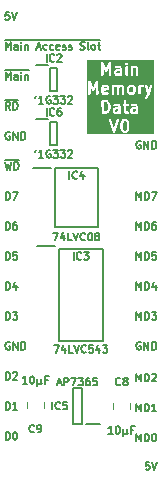
<source format=gto>
%TF.GenerationSoftware,KiCad,Pcbnew,8.0.2*%
%TF.CreationDate,2024-06-07T09:13:13+02:00*%
%TF.ProjectId,HCP65 Main Memory Data,48435036-3520-44d6-9169-6e204d656d6f,V0*%
%TF.SameCoordinates,PX54c81a0PY37b6b20*%
%TF.FileFunction,Legend,Top*%
%TF.FilePolarity,Positive*%
%FSLAX46Y46*%
G04 Gerber Fmt 4.6, Leading zero omitted, Abs format (unit mm)*
G04 Created by KiCad (PCBNEW 8.0.2) date 2024-06-07 09:13:13*
%MOMM*%
%LPD*%
G01*
G04 APERTURE LIST*
%ADD10C,0.150000*%
%ADD11C,0.200000*%
%ADD12C,0.120000*%
G04 APERTURE END LIST*
D10*
X1265874Y-25685963D02*
X1265874Y-25050963D01*
X1265874Y-25050963D02*
X1417064Y-25050963D01*
X1417064Y-25050963D02*
X1507779Y-25081201D01*
X1507779Y-25081201D02*
X1568255Y-25141677D01*
X1568255Y-25141677D02*
X1598493Y-25202153D01*
X1598493Y-25202153D02*
X1628731Y-25323105D01*
X1628731Y-25323105D02*
X1628731Y-25413820D01*
X1628731Y-25413820D02*
X1598493Y-25534772D01*
X1598493Y-25534772D02*
X1568255Y-25595248D01*
X1568255Y-25595248D02*
X1507779Y-25655725D01*
X1507779Y-25655725D02*
X1417064Y-25685963D01*
X1417064Y-25685963D02*
X1265874Y-25685963D01*
X1840398Y-25050963D02*
X2233493Y-25050963D01*
X2233493Y-25050963D02*
X2021826Y-25292867D01*
X2021826Y-25292867D02*
X2112541Y-25292867D01*
X2112541Y-25292867D02*
X2173017Y-25323105D01*
X2173017Y-25323105D02*
X2203255Y-25353344D01*
X2203255Y-25353344D02*
X2233493Y-25413820D01*
X2233493Y-25413820D02*
X2233493Y-25565010D01*
X2233493Y-25565010D02*
X2203255Y-25625486D01*
X2203255Y-25625486D02*
X2173017Y-25655725D01*
X2173017Y-25655725D02*
X2112541Y-25685963D01*
X2112541Y-25685963D02*
X1931112Y-25685963D01*
X1931112Y-25685963D02*
X1870636Y-25655725D01*
X1870636Y-25655725D02*
X1840398Y-25625486D01*
X12673887Y-27621201D02*
X12613411Y-27590963D01*
X12613411Y-27590963D02*
X12522697Y-27590963D01*
X12522697Y-27590963D02*
X12431982Y-27621201D01*
X12431982Y-27621201D02*
X12371506Y-27681677D01*
X12371506Y-27681677D02*
X12341268Y-27742153D01*
X12341268Y-27742153D02*
X12311030Y-27863105D01*
X12311030Y-27863105D02*
X12311030Y-27953820D01*
X12311030Y-27953820D02*
X12341268Y-28074772D01*
X12341268Y-28074772D02*
X12371506Y-28135248D01*
X12371506Y-28135248D02*
X12431982Y-28195725D01*
X12431982Y-28195725D02*
X12522697Y-28225963D01*
X12522697Y-28225963D02*
X12583173Y-28225963D01*
X12583173Y-28225963D02*
X12673887Y-28195725D01*
X12673887Y-28195725D02*
X12704125Y-28165486D01*
X12704125Y-28165486D02*
X12704125Y-27953820D01*
X12704125Y-27953820D02*
X12583173Y-27953820D01*
X12976268Y-28225963D02*
X12976268Y-27590963D01*
X12976268Y-27590963D02*
X13339125Y-28225963D01*
X13339125Y-28225963D02*
X13339125Y-27590963D01*
X13641506Y-28225963D02*
X13641506Y-27590963D01*
X13641506Y-27590963D02*
X13792696Y-27590963D01*
X13792696Y-27590963D02*
X13883411Y-27621201D01*
X13883411Y-27621201D02*
X13943887Y-27681677D01*
X13943887Y-27681677D02*
X13974125Y-27742153D01*
X13974125Y-27742153D02*
X14004363Y-27863105D01*
X14004363Y-27863105D02*
X14004363Y-27953820D01*
X14004363Y-27953820D02*
X13974125Y-28074772D01*
X13974125Y-28074772D02*
X13943887Y-28135248D01*
X13943887Y-28135248D02*
X13883411Y-28195725D01*
X13883411Y-28195725D02*
X13792696Y-28225963D01*
X13792696Y-28225963D02*
X13641506Y-28225963D01*
X1265874Y-5365963D02*
X1265874Y-4730963D01*
X1265874Y-4730963D02*
X1477541Y-5184534D01*
X1477541Y-5184534D02*
X1689207Y-4730963D01*
X1689207Y-4730963D02*
X1689207Y-5365963D01*
X2263731Y-5365963D02*
X2263731Y-5033344D01*
X2263731Y-5033344D02*
X2233493Y-4972867D01*
X2233493Y-4972867D02*
X2173017Y-4942629D01*
X2173017Y-4942629D02*
X2052064Y-4942629D01*
X2052064Y-4942629D02*
X1991588Y-4972867D01*
X2263731Y-5335725D02*
X2203255Y-5365963D01*
X2203255Y-5365963D02*
X2052064Y-5365963D01*
X2052064Y-5365963D02*
X1991588Y-5335725D01*
X1991588Y-5335725D02*
X1961350Y-5275248D01*
X1961350Y-5275248D02*
X1961350Y-5214772D01*
X1961350Y-5214772D02*
X1991588Y-5154296D01*
X1991588Y-5154296D02*
X2052064Y-5124058D01*
X2052064Y-5124058D02*
X2203255Y-5124058D01*
X2203255Y-5124058D02*
X2263731Y-5093820D01*
X2566112Y-5365963D02*
X2566112Y-4942629D01*
X2566112Y-4730963D02*
X2535874Y-4761201D01*
X2535874Y-4761201D02*
X2566112Y-4791439D01*
X2566112Y-4791439D02*
X2596350Y-4761201D01*
X2596350Y-4761201D02*
X2566112Y-4730963D01*
X2566112Y-4730963D02*
X2566112Y-4791439D01*
X2868493Y-4942629D02*
X2868493Y-5365963D01*
X2868493Y-5003105D02*
X2898731Y-4972867D01*
X2898731Y-4972867D02*
X2959207Y-4942629D01*
X2959207Y-4942629D02*
X3049922Y-4942629D01*
X3049922Y-4942629D02*
X3110398Y-4972867D01*
X3110398Y-4972867D02*
X3140636Y-5033344D01*
X3140636Y-5033344D02*
X3140636Y-5365963D01*
X1178184Y-4554675D02*
X3228327Y-4554675D01*
X1265874Y-18065963D02*
X1265874Y-17430963D01*
X1265874Y-17430963D02*
X1417064Y-17430963D01*
X1417064Y-17430963D02*
X1507779Y-17461201D01*
X1507779Y-17461201D02*
X1568255Y-17521677D01*
X1568255Y-17521677D02*
X1598493Y-17582153D01*
X1598493Y-17582153D02*
X1628731Y-17703105D01*
X1628731Y-17703105D02*
X1628731Y-17793820D01*
X1628731Y-17793820D02*
X1598493Y-17914772D01*
X1598493Y-17914772D02*
X1568255Y-17975248D01*
X1568255Y-17975248D02*
X1507779Y-18035725D01*
X1507779Y-18035725D02*
X1417064Y-18065963D01*
X1417064Y-18065963D02*
X1265874Y-18065963D01*
X2173017Y-17430963D02*
X2052064Y-17430963D01*
X2052064Y-17430963D02*
X1991588Y-17461201D01*
X1991588Y-17461201D02*
X1961350Y-17491439D01*
X1961350Y-17491439D02*
X1900874Y-17582153D01*
X1900874Y-17582153D02*
X1870636Y-17703105D01*
X1870636Y-17703105D02*
X1870636Y-17945010D01*
X1870636Y-17945010D02*
X1900874Y-18005486D01*
X1900874Y-18005486D02*
X1931112Y-18035725D01*
X1931112Y-18035725D02*
X1991588Y-18065963D01*
X1991588Y-18065963D02*
X2112541Y-18065963D01*
X2112541Y-18065963D02*
X2173017Y-18035725D01*
X2173017Y-18035725D02*
X2203255Y-18005486D01*
X2203255Y-18005486D02*
X2233493Y-17945010D01*
X2233493Y-17945010D02*
X2233493Y-17793820D01*
X2233493Y-17793820D02*
X2203255Y-17733344D01*
X2203255Y-17733344D02*
X2173017Y-17703105D01*
X2173017Y-17703105D02*
X2112541Y-17672867D01*
X2112541Y-17672867D02*
X1991588Y-17672867D01*
X1991588Y-17672867D02*
X1931112Y-17703105D01*
X1931112Y-17703105D02*
X1900874Y-17733344D01*
X1900874Y-17733344D02*
X1870636Y-17793820D01*
X12311030Y-33432963D02*
X12311030Y-32797963D01*
X12311030Y-32797963D02*
X12522697Y-33251534D01*
X12522697Y-33251534D02*
X12734363Y-32797963D01*
X12734363Y-32797963D02*
X12734363Y-33432963D01*
X13036744Y-33432963D02*
X13036744Y-32797963D01*
X13036744Y-32797963D02*
X13187934Y-32797963D01*
X13187934Y-32797963D02*
X13278649Y-32828201D01*
X13278649Y-32828201D02*
X13339125Y-32888677D01*
X13339125Y-32888677D02*
X13369363Y-32949153D01*
X13369363Y-32949153D02*
X13399601Y-33070105D01*
X13399601Y-33070105D02*
X13399601Y-33160820D01*
X13399601Y-33160820D02*
X13369363Y-33281772D01*
X13369363Y-33281772D02*
X13339125Y-33342248D01*
X13339125Y-33342248D02*
X13278649Y-33402725D01*
X13278649Y-33402725D02*
X13187934Y-33432963D01*
X13187934Y-33432963D02*
X13036744Y-33432963D01*
X14004363Y-33432963D02*
X13641506Y-33432963D01*
X13822934Y-33432963D02*
X13822934Y-32797963D01*
X13822934Y-32797963D02*
X13762458Y-32888677D01*
X13762458Y-32888677D02*
X13701982Y-32949153D01*
X13701982Y-32949153D02*
X13641506Y-32979391D01*
X1265874Y-30765963D02*
X1265874Y-30130963D01*
X1265874Y-30130963D02*
X1417064Y-30130963D01*
X1417064Y-30130963D02*
X1507779Y-30161201D01*
X1507779Y-30161201D02*
X1568255Y-30221677D01*
X1568255Y-30221677D02*
X1598493Y-30282153D01*
X1598493Y-30282153D02*
X1628731Y-30403105D01*
X1628731Y-30403105D02*
X1628731Y-30493820D01*
X1628731Y-30493820D02*
X1598493Y-30614772D01*
X1598493Y-30614772D02*
X1568255Y-30675248D01*
X1568255Y-30675248D02*
X1507779Y-30735725D01*
X1507779Y-30735725D02*
X1417064Y-30765963D01*
X1417064Y-30765963D02*
X1265874Y-30765963D01*
X1870636Y-30191439D02*
X1900874Y-30161201D01*
X1900874Y-30161201D02*
X1961350Y-30130963D01*
X1961350Y-30130963D02*
X2112541Y-30130963D01*
X2112541Y-30130963D02*
X2173017Y-30161201D01*
X2173017Y-30161201D02*
X2203255Y-30191439D01*
X2203255Y-30191439D02*
X2233493Y-30251915D01*
X2233493Y-30251915D02*
X2233493Y-30312391D01*
X2233493Y-30312391D02*
X2203255Y-30403105D01*
X2203255Y-30403105D02*
X1840398Y-30765963D01*
X1840398Y-30765963D02*
X2233493Y-30765963D01*
X13429839Y-37750963D02*
X13127458Y-37750963D01*
X13127458Y-37750963D02*
X13097220Y-38053344D01*
X13097220Y-38053344D02*
X13127458Y-38023105D01*
X13127458Y-38023105D02*
X13187934Y-37992867D01*
X13187934Y-37992867D02*
X13339125Y-37992867D01*
X13339125Y-37992867D02*
X13399601Y-38023105D01*
X13399601Y-38023105D02*
X13429839Y-38053344D01*
X13429839Y-38053344D02*
X13460077Y-38113820D01*
X13460077Y-38113820D02*
X13460077Y-38265010D01*
X13460077Y-38265010D02*
X13429839Y-38325486D01*
X13429839Y-38325486D02*
X13399601Y-38355725D01*
X13399601Y-38355725D02*
X13339125Y-38385963D01*
X13339125Y-38385963D02*
X13187934Y-38385963D01*
X13187934Y-38385963D02*
X13127458Y-38355725D01*
X13127458Y-38355725D02*
X13097220Y-38325486D01*
X13641506Y-37750963D02*
X13853172Y-38385963D01*
X13853172Y-38385963D02*
X14064839Y-37750963D01*
X12311030Y-25685963D02*
X12311030Y-25050963D01*
X12311030Y-25050963D02*
X12522697Y-25504534D01*
X12522697Y-25504534D02*
X12734363Y-25050963D01*
X12734363Y-25050963D02*
X12734363Y-25685963D01*
X13036744Y-25685963D02*
X13036744Y-25050963D01*
X13036744Y-25050963D02*
X13187934Y-25050963D01*
X13187934Y-25050963D02*
X13278649Y-25081201D01*
X13278649Y-25081201D02*
X13339125Y-25141677D01*
X13339125Y-25141677D02*
X13369363Y-25202153D01*
X13369363Y-25202153D02*
X13399601Y-25323105D01*
X13399601Y-25323105D02*
X13399601Y-25413820D01*
X13399601Y-25413820D02*
X13369363Y-25534772D01*
X13369363Y-25534772D02*
X13339125Y-25595248D01*
X13339125Y-25595248D02*
X13278649Y-25655725D01*
X13278649Y-25655725D02*
X13187934Y-25685963D01*
X13187934Y-25685963D02*
X13036744Y-25685963D01*
X13611268Y-25050963D02*
X14004363Y-25050963D01*
X14004363Y-25050963D02*
X13792696Y-25292867D01*
X13792696Y-25292867D02*
X13883411Y-25292867D01*
X13883411Y-25292867D02*
X13943887Y-25323105D01*
X13943887Y-25323105D02*
X13974125Y-25353344D01*
X13974125Y-25353344D02*
X14004363Y-25413820D01*
X14004363Y-25413820D02*
X14004363Y-25565010D01*
X14004363Y-25565010D02*
X13974125Y-25625486D01*
X13974125Y-25625486D02*
X13943887Y-25655725D01*
X13943887Y-25655725D02*
X13883411Y-25685963D01*
X13883411Y-25685963D02*
X13701982Y-25685963D01*
X13701982Y-25685963D02*
X13641506Y-25655725D01*
X13641506Y-25655725D02*
X13611268Y-25625486D01*
X1598493Y-27621201D02*
X1538017Y-27590963D01*
X1538017Y-27590963D02*
X1447303Y-27590963D01*
X1447303Y-27590963D02*
X1356588Y-27621201D01*
X1356588Y-27621201D02*
X1296112Y-27681677D01*
X1296112Y-27681677D02*
X1265874Y-27742153D01*
X1265874Y-27742153D02*
X1235636Y-27863105D01*
X1235636Y-27863105D02*
X1235636Y-27953820D01*
X1235636Y-27953820D02*
X1265874Y-28074772D01*
X1265874Y-28074772D02*
X1296112Y-28135248D01*
X1296112Y-28135248D02*
X1356588Y-28195725D01*
X1356588Y-28195725D02*
X1447303Y-28225963D01*
X1447303Y-28225963D02*
X1507779Y-28225963D01*
X1507779Y-28225963D02*
X1598493Y-28195725D01*
X1598493Y-28195725D02*
X1628731Y-28165486D01*
X1628731Y-28165486D02*
X1628731Y-27953820D01*
X1628731Y-27953820D02*
X1507779Y-27953820D01*
X1900874Y-28225963D02*
X1900874Y-27590963D01*
X1900874Y-27590963D02*
X2263731Y-28225963D01*
X2263731Y-28225963D02*
X2263731Y-27590963D01*
X2566112Y-28225963D02*
X2566112Y-27590963D01*
X2566112Y-27590963D02*
X2717302Y-27590963D01*
X2717302Y-27590963D02*
X2808017Y-27621201D01*
X2808017Y-27621201D02*
X2868493Y-27681677D01*
X2868493Y-27681677D02*
X2898731Y-27742153D01*
X2898731Y-27742153D02*
X2928969Y-27863105D01*
X2928969Y-27863105D02*
X2928969Y-27953820D01*
X2928969Y-27953820D02*
X2898731Y-28074772D01*
X2898731Y-28074772D02*
X2868493Y-28135248D01*
X2868493Y-28135248D02*
X2808017Y-28195725D01*
X2808017Y-28195725D02*
X2717302Y-28225963D01*
X2717302Y-28225963D02*
X2566112Y-28225963D01*
X1265874Y-15525963D02*
X1265874Y-14890963D01*
X1265874Y-14890963D02*
X1417064Y-14890963D01*
X1417064Y-14890963D02*
X1507779Y-14921201D01*
X1507779Y-14921201D02*
X1568255Y-14981677D01*
X1568255Y-14981677D02*
X1598493Y-15042153D01*
X1598493Y-15042153D02*
X1628731Y-15163105D01*
X1628731Y-15163105D02*
X1628731Y-15253820D01*
X1628731Y-15253820D02*
X1598493Y-15374772D01*
X1598493Y-15374772D02*
X1568255Y-15435248D01*
X1568255Y-15435248D02*
X1507779Y-15495725D01*
X1507779Y-15495725D02*
X1417064Y-15525963D01*
X1417064Y-15525963D02*
X1265874Y-15525963D01*
X1840398Y-14890963D02*
X2263731Y-14890963D01*
X2263731Y-14890963D02*
X1991588Y-15525963D01*
X12311030Y-23145963D02*
X12311030Y-22510963D01*
X12311030Y-22510963D02*
X12522697Y-22964534D01*
X12522697Y-22964534D02*
X12734363Y-22510963D01*
X12734363Y-22510963D02*
X12734363Y-23145963D01*
X13036744Y-23145963D02*
X13036744Y-22510963D01*
X13036744Y-22510963D02*
X13187934Y-22510963D01*
X13187934Y-22510963D02*
X13278649Y-22541201D01*
X13278649Y-22541201D02*
X13339125Y-22601677D01*
X13339125Y-22601677D02*
X13369363Y-22662153D01*
X13369363Y-22662153D02*
X13399601Y-22783105D01*
X13399601Y-22783105D02*
X13399601Y-22873820D01*
X13399601Y-22873820D02*
X13369363Y-22994772D01*
X13369363Y-22994772D02*
X13339125Y-23055248D01*
X13339125Y-23055248D02*
X13278649Y-23115725D01*
X13278649Y-23115725D02*
X13187934Y-23145963D01*
X13187934Y-23145963D02*
X13036744Y-23145963D01*
X13943887Y-22722629D02*
X13943887Y-23145963D01*
X13792696Y-22480725D02*
X13641506Y-22934296D01*
X13641506Y-22934296D02*
X14034601Y-22934296D01*
X12673887Y-10603201D02*
X12613411Y-10572963D01*
X12613411Y-10572963D02*
X12522697Y-10572963D01*
X12522697Y-10572963D02*
X12431982Y-10603201D01*
X12431982Y-10603201D02*
X12371506Y-10663677D01*
X12371506Y-10663677D02*
X12341268Y-10724153D01*
X12341268Y-10724153D02*
X12311030Y-10845105D01*
X12311030Y-10845105D02*
X12311030Y-10935820D01*
X12311030Y-10935820D02*
X12341268Y-11056772D01*
X12341268Y-11056772D02*
X12371506Y-11117248D01*
X12371506Y-11117248D02*
X12431982Y-11177725D01*
X12431982Y-11177725D02*
X12522697Y-11207963D01*
X12522697Y-11207963D02*
X12583173Y-11207963D01*
X12583173Y-11207963D02*
X12673887Y-11177725D01*
X12673887Y-11177725D02*
X12704125Y-11147486D01*
X12704125Y-11147486D02*
X12704125Y-10935820D01*
X12704125Y-10935820D02*
X12583173Y-10935820D01*
X12976268Y-11207963D02*
X12976268Y-10572963D01*
X12976268Y-10572963D02*
X13339125Y-11207963D01*
X13339125Y-11207963D02*
X13339125Y-10572963D01*
X13641506Y-11207963D02*
X13641506Y-10572963D01*
X13641506Y-10572963D02*
X13792696Y-10572963D01*
X13792696Y-10572963D02*
X13883411Y-10603201D01*
X13883411Y-10603201D02*
X13943887Y-10663677D01*
X13943887Y-10663677D02*
X13974125Y-10724153D01*
X13974125Y-10724153D02*
X14004363Y-10845105D01*
X14004363Y-10845105D02*
X14004363Y-10935820D01*
X14004363Y-10935820D02*
X13974125Y-11056772D01*
X13974125Y-11056772D02*
X13943887Y-11117248D01*
X13943887Y-11117248D02*
X13883411Y-11177725D01*
X13883411Y-11177725D02*
X13792696Y-11207963D01*
X13792696Y-11207963D02*
X13641506Y-11207963D01*
X1265874Y-33305963D02*
X1265874Y-32670963D01*
X1265874Y-32670963D02*
X1417064Y-32670963D01*
X1417064Y-32670963D02*
X1507779Y-32701201D01*
X1507779Y-32701201D02*
X1568255Y-32761677D01*
X1568255Y-32761677D02*
X1598493Y-32822153D01*
X1598493Y-32822153D02*
X1628731Y-32943105D01*
X1628731Y-32943105D02*
X1628731Y-33033820D01*
X1628731Y-33033820D02*
X1598493Y-33154772D01*
X1598493Y-33154772D02*
X1568255Y-33215248D01*
X1568255Y-33215248D02*
X1507779Y-33275725D01*
X1507779Y-33275725D02*
X1417064Y-33305963D01*
X1417064Y-33305963D02*
X1265874Y-33305963D01*
X2233493Y-33305963D02*
X1870636Y-33305963D01*
X2052064Y-33305963D02*
X2052064Y-32670963D01*
X2052064Y-32670963D02*
X1991588Y-32761677D01*
X1991588Y-32761677D02*
X1931112Y-32822153D01*
X1931112Y-32822153D02*
X1870636Y-32852391D01*
X1628731Y-7905963D02*
X1417064Y-7603582D01*
X1265874Y-7905963D02*
X1265874Y-7270963D01*
X1265874Y-7270963D02*
X1507779Y-7270963D01*
X1507779Y-7270963D02*
X1568255Y-7301201D01*
X1568255Y-7301201D02*
X1598493Y-7331439D01*
X1598493Y-7331439D02*
X1628731Y-7391915D01*
X1628731Y-7391915D02*
X1628731Y-7482629D01*
X1628731Y-7482629D02*
X1598493Y-7543105D01*
X1598493Y-7543105D02*
X1568255Y-7573344D01*
X1568255Y-7573344D02*
X1507779Y-7603582D01*
X1507779Y-7603582D02*
X1265874Y-7603582D01*
X1900874Y-7905963D02*
X1900874Y-7270963D01*
X1900874Y-7270963D02*
X2052064Y-7270963D01*
X2052064Y-7270963D02*
X2142779Y-7301201D01*
X2142779Y-7301201D02*
X2203255Y-7361677D01*
X2203255Y-7361677D02*
X2233493Y-7422153D01*
X2233493Y-7422153D02*
X2263731Y-7543105D01*
X2263731Y-7543105D02*
X2263731Y-7633820D01*
X2263731Y-7633820D02*
X2233493Y-7754772D01*
X2233493Y-7754772D02*
X2203255Y-7815248D01*
X2203255Y-7815248D02*
X2142779Y-7875725D01*
X2142779Y-7875725D02*
X2052064Y-7905963D01*
X2052064Y-7905963D02*
X1900874Y-7905963D01*
X1178184Y-7094675D02*
X2321184Y-7094675D01*
X1265874Y-20605963D02*
X1265874Y-19970963D01*
X1265874Y-19970963D02*
X1417064Y-19970963D01*
X1417064Y-19970963D02*
X1507779Y-20001201D01*
X1507779Y-20001201D02*
X1568255Y-20061677D01*
X1568255Y-20061677D02*
X1598493Y-20122153D01*
X1598493Y-20122153D02*
X1628731Y-20243105D01*
X1628731Y-20243105D02*
X1628731Y-20333820D01*
X1628731Y-20333820D02*
X1598493Y-20454772D01*
X1598493Y-20454772D02*
X1568255Y-20515248D01*
X1568255Y-20515248D02*
X1507779Y-20575725D01*
X1507779Y-20575725D02*
X1417064Y-20605963D01*
X1417064Y-20605963D02*
X1265874Y-20605963D01*
X2203255Y-19970963D02*
X1900874Y-19970963D01*
X1900874Y-19970963D02*
X1870636Y-20273344D01*
X1870636Y-20273344D02*
X1900874Y-20243105D01*
X1900874Y-20243105D02*
X1961350Y-20212867D01*
X1961350Y-20212867D02*
X2112541Y-20212867D01*
X2112541Y-20212867D02*
X2173017Y-20243105D01*
X2173017Y-20243105D02*
X2203255Y-20273344D01*
X2203255Y-20273344D02*
X2233493Y-20333820D01*
X2233493Y-20333820D02*
X2233493Y-20485010D01*
X2233493Y-20485010D02*
X2203255Y-20545486D01*
X2203255Y-20545486D02*
X2173017Y-20575725D01*
X2173017Y-20575725D02*
X2112541Y-20605963D01*
X2112541Y-20605963D02*
X1961350Y-20605963D01*
X1961350Y-20605963D02*
X1900874Y-20575725D01*
X1900874Y-20575725D02*
X1870636Y-20545486D01*
X1265874Y-35845963D02*
X1265874Y-35210963D01*
X1265874Y-35210963D02*
X1417064Y-35210963D01*
X1417064Y-35210963D02*
X1507779Y-35241201D01*
X1507779Y-35241201D02*
X1568255Y-35301677D01*
X1568255Y-35301677D02*
X1598493Y-35362153D01*
X1598493Y-35362153D02*
X1628731Y-35483105D01*
X1628731Y-35483105D02*
X1628731Y-35573820D01*
X1628731Y-35573820D02*
X1598493Y-35694772D01*
X1598493Y-35694772D02*
X1568255Y-35755248D01*
X1568255Y-35755248D02*
X1507779Y-35815725D01*
X1507779Y-35815725D02*
X1417064Y-35845963D01*
X1417064Y-35845963D02*
X1265874Y-35845963D01*
X2021826Y-35210963D02*
X2082303Y-35210963D01*
X2082303Y-35210963D02*
X2142779Y-35241201D01*
X2142779Y-35241201D02*
X2173017Y-35271439D01*
X2173017Y-35271439D02*
X2203255Y-35331915D01*
X2203255Y-35331915D02*
X2233493Y-35452867D01*
X2233493Y-35452867D02*
X2233493Y-35604058D01*
X2233493Y-35604058D02*
X2203255Y-35725010D01*
X2203255Y-35725010D02*
X2173017Y-35785486D01*
X2173017Y-35785486D02*
X2142779Y-35815725D01*
X2142779Y-35815725D02*
X2082303Y-35845963D01*
X2082303Y-35845963D02*
X2021826Y-35845963D01*
X2021826Y-35845963D02*
X1961350Y-35815725D01*
X1961350Y-35815725D02*
X1931112Y-35785486D01*
X1931112Y-35785486D02*
X1900874Y-35725010D01*
X1900874Y-35725010D02*
X1870636Y-35604058D01*
X1870636Y-35604058D02*
X1870636Y-35452867D01*
X1870636Y-35452867D02*
X1900874Y-35331915D01*
X1900874Y-35331915D02*
X1931112Y-35271439D01*
X1931112Y-35271439D02*
X1961350Y-35241201D01*
X1961350Y-35241201D02*
X2021826Y-35210963D01*
X1598493Y-9841201D02*
X1538017Y-9810963D01*
X1538017Y-9810963D02*
X1447303Y-9810963D01*
X1447303Y-9810963D02*
X1356588Y-9841201D01*
X1356588Y-9841201D02*
X1296112Y-9901677D01*
X1296112Y-9901677D02*
X1265874Y-9962153D01*
X1265874Y-9962153D02*
X1235636Y-10083105D01*
X1235636Y-10083105D02*
X1235636Y-10173820D01*
X1235636Y-10173820D02*
X1265874Y-10294772D01*
X1265874Y-10294772D02*
X1296112Y-10355248D01*
X1296112Y-10355248D02*
X1356588Y-10415725D01*
X1356588Y-10415725D02*
X1447303Y-10445963D01*
X1447303Y-10445963D02*
X1507779Y-10445963D01*
X1507779Y-10445963D02*
X1598493Y-10415725D01*
X1598493Y-10415725D02*
X1628731Y-10385486D01*
X1628731Y-10385486D02*
X1628731Y-10173820D01*
X1628731Y-10173820D02*
X1507779Y-10173820D01*
X1900874Y-10445963D02*
X1900874Y-9810963D01*
X1900874Y-9810963D02*
X2263731Y-10445963D01*
X2263731Y-10445963D02*
X2263731Y-9810963D01*
X2566112Y-10445963D02*
X2566112Y-9810963D01*
X2566112Y-9810963D02*
X2717302Y-9810963D01*
X2717302Y-9810963D02*
X2808017Y-9841201D01*
X2808017Y-9841201D02*
X2868493Y-9901677D01*
X2868493Y-9901677D02*
X2898731Y-9962153D01*
X2898731Y-9962153D02*
X2928969Y-10083105D01*
X2928969Y-10083105D02*
X2928969Y-10173820D01*
X2928969Y-10173820D02*
X2898731Y-10294772D01*
X2898731Y-10294772D02*
X2868493Y-10355248D01*
X2868493Y-10355248D02*
X2808017Y-10415725D01*
X2808017Y-10415725D02*
X2717302Y-10445963D01*
X2717302Y-10445963D02*
X2566112Y-10445963D01*
X1265874Y-23145963D02*
X1265874Y-22510963D01*
X1265874Y-22510963D02*
X1417064Y-22510963D01*
X1417064Y-22510963D02*
X1507779Y-22541201D01*
X1507779Y-22541201D02*
X1568255Y-22601677D01*
X1568255Y-22601677D02*
X1598493Y-22662153D01*
X1598493Y-22662153D02*
X1628731Y-22783105D01*
X1628731Y-22783105D02*
X1628731Y-22873820D01*
X1628731Y-22873820D02*
X1598493Y-22994772D01*
X1598493Y-22994772D02*
X1568255Y-23055248D01*
X1568255Y-23055248D02*
X1507779Y-23115725D01*
X1507779Y-23115725D02*
X1417064Y-23145963D01*
X1417064Y-23145963D02*
X1265874Y-23145963D01*
X2173017Y-22722629D02*
X2173017Y-23145963D01*
X2021826Y-22480725D02*
X1870636Y-22934296D01*
X1870636Y-22934296D02*
X2263731Y-22934296D01*
X12311030Y-15525963D02*
X12311030Y-14890963D01*
X12311030Y-14890963D02*
X12522697Y-15344534D01*
X12522697Y-15344534D02*
X12734363Y-14890963D01*
X12734363Y-14890963D02*
X12734363Y-15525963D01*
X13036744Y-15525963D02*
X13036744Y-14890963D01*
X13036744Y-14890963D02*
X13187934Y-14890963D01*
X13187934Y-14890963D02*
X13278649Y-14921201D01*
X13278649Y-14921201D02*
X13339125Y-14981677D01*
X13339125Y-14981677D02*
X13369363Y-15042153D01*
X13369363Y-15042153D02*
X13399601Y-15163105D01*
X13399601Y-15163105D02*
X13399601Y-15253820D01*
X13399601Y-15253820D02*
X13369363Y-15374772D01*
X13369363Y-15374772D02*
X13339125Y-15435248D01*
X13339125Y-15435248D02*
X13278649Y-15495725D01*
X13278649Y-15495725D02*
X13187934Y-15525963D01*
X13187934Y-15525963D02*
X13036744Y-15525963D01*
X13611268Y-14890963D02*
X14034601Y-14890963D01*
X14034601Y-14890963D02*
X13762458Y-15525963D01*
X1568255Y349037D02*
X1265874Y349037D01*
X1265874Y349037D02*
X1235636Y46656D01*
X1235636Y46656D02*
X1265874Y76895D01*
X1265874Y76895D02*
X1326350Y107133D01*
X1326350Y107133D02*
X1477541Y107133D01*
X1477541Y107133D02*
X1538017Y76895D01*
X1538017Y76895D02*
X1568255Y46656D01*
X1568255Y46656D02*
X1598493Y-13820D01*
X1598493Y-13820D02*
X1598493Y-165010D01*
X1598493Y-165010D02*
X1568255Y-225486D01*
X1568255Y-225486D02*
X1538017Y-255725D01*
X1538017Y-255725D02*
X1477541Y-285963D01*
X1477541Y-285963D02*
X1326350Y-285963D01*
X1326350Y-285963D02*
X1265874Y-255725D01*
X1265874Y-255725D02*
X1235636Y-225486D01*
X1779922Y349037D02*
X1991588Y-285963D01*
X1991588Y-285963D02*
X2203255Y349037D01*
X1205398Y-12350963D02*
X1356588Y-12985963D01*
X1356588Y-12985963D02*
X1477541Y-12532391D01*
X1477541Y-12532391D02*
X1598493Y-12985963D01*
X1598493Y-12985963D02*
X1749684Y-12350963D01*
X1991588Y-12985963D02*
X1991588Y-12350963D01*
X1991588Y-12350963D02*
X2142778Y-12350963D01*
X2142778Y-12350963D02*
X2233493Y-12381201D01*
X2233493Y-12381201D02*
X2293969Y-12441677D01*
X2293969Y-12441677D02*
X2324207Y-12502153D01*
X2324207Y-12502153D02*
X2354445Y-12623105D01*
X2354445Y-12623105D02*
X2354445Y-12713820D01*
X2354445Y-12713820D02*
X2324207Y-12834772D01*
X2324207Y-12834772D02*
X2293969Y-12895248D01*
X2293969Y-12895248D02*
X2233493Y-12955725D01*
X2233493Y-12955725D02*
X2142778Y-12985963D01*
X2142778Y-12985963D02*
X1991588Y-12985963D01*
X1178184Y-12174675D02*
X2411898Y-12174675D01*
X12311030Y-20605963D02*
X12311030Y-19970963D01*
X12311030Y-19970963D02*
X12522697Y-20424534D01*
X12522697Y-20424534D02*
X12734363Y-19970963D01*
X12734363Y-19970963D02*
X12734363Y-20605963D01*
X13036744Y-20605963D02*
X13036744Y-19970963D01*
X13036744Y-19970963D02*
X13187934Y-19970963D01*
X13187934Y-19970963D02*
X13278649Y-20001201D01*
X13278649Y-20001201D02*
X13339125Y-20061677D01*
X13339125Y-20061677D02*
X13369363Y-20122153D01*
X13369363Y-20122153D02*
X13399601Y-20243105D01*
X13399601Y-20243105D02*
X13399601Y-20333820D01*
X13399601Y-20333820D02*
X13369363Y-20454772D01*
X13369363Y-20454772D02*
X13339125Y-20515248D01*
X13339125Y-20515248D02*
X13278649Y-20575725D01*
X13278649Y-20575725D02*
X13187934Y-20605963D01*
X13187934Y-20605963D02*
X13036744Y-20605963D01*
X13974125Y-19970963D02*
X13671744Y-19970963D01*
X13671744Y-19970963D02*
X13641506Y-20273344D01*
X13641506Y-20273344D02*
X13671744Y-20243105D01*
X13671744Y-20243105D02*
X13732220Y-20212867D01*
X13732220Y-20212867D02*
X13883411Y-20212867D01*
X13883411Y-20212867D02*
X13943887Y-20243105D01*
X13943887Y-20243105D02*
X13974125Y-20273344D01*
X13974125Y-20273344D02*
X14004363Y-20333820D01*
X14004363Y-20333820D02*
X14004363Y-20485010D01*
X14004363Y-20485010D02*
X13974125Y-20545486D01*
X13974125Y-20545486D02*
X13943887Y-20575725D01*
X13943887Y-20575725D02*
X13883411Y-20605963D01*
X13883411Y-20605963D02*
X13732220Y-20605963D01*
X13732220Y-20605963D02*
X13671744Y-20575725D01*
X13671744Y-20575725D02*
X13641506Y-20545486D01*
D11*
G36*
X11432024Y-8900453D02*
G01*
X11457801Y-8925115D01*
X11492877Y-8992670D01*
X11536329Y-9160131D01*
X11537921Y-9373622D01*
X11497522Y-9541555D01*
X11461431Y-9616576D01*
X11436769Y-9642354D01*
X11376629Y-9673579D01*
X11328165Y-9674391D01*
X11269115Y-9645983D01*
X11243341Y-9621324D01*
X11208264Y-9553764D01*
X11164812Y-9386305D01*
X11163220Y-9172815D01*
X11203619Y-9004881D01*
X11239710Y-8929860D01*
X11264372Y-8904083D01*
X11324511Y-8872858D01*
X11372976Y-8872046D01*
X11432024Y-8900453D01*
G37*
G36*
X9794878Y-7296254D02*
G01*
X9862019Y-7361741D01*
X9897639Y-7430345D01*
X9941118Y-7597912D01*
X9942524Y-7716720D01*
X9902284Y-7883992D01*
X9866362Y-7958662D01*
X9799053Y-8027670D01*
X9695871Y-8063363D01*
X9569432Y-8064306D01*
X9567921Y-7262541D01*
X9687033Y-7261653D01*
X9794878Y-7296254D01*
G37*
G36*
X10790445Y-7881537D02*
G01*
X10799043Y-7880925D01*
X10799656Y-8054152D01*
X10781782Y-8063432D01*
X10590920Y-8064856D01*
X10544248Y-8042402D01*
X10521639Y-7998857D01*
X10520827Y-7950392D01*
X10542872Y-7904569D01*
X10586025Y-7882164D01*
X10787812Y-7880659D01*
X10790445Y-7881537D01*
G37*
G36*
X12266636Y-7881537D02*
G01*
X12275234Y-7880925D01*
X12275847Y-8054152D01*
X12257973Y-8063432D01*
X12067111Y-8064856D01*
X12020439Y-8042402D01*
X11997830Y-7998857D01*
X11997018Y-7950392D01*
X12019063Y-7904569D01*
X12062216Y-7882164D01*
X12264003Y-7880659D01*
X12266636Y-7881537D01*
G37*
G36*
X9799751Y-6007536D02*
G01*
X9818576Y-6043794D01*
X9544318Y-6099732D01*
X9544107Y-6055833D01*
X9566681Y-6008911D01*
X9609905Y-5986469D01*
X9753235Y-5985158D01*
X9799751Y-6007536D01*
G37*
G36*
X12003452Y-6013898D02*
G01*
X12029229Y-6038560D01*
X12060226Y-6098260D01*
X12061727Y-6336681D01*
X12032859Y-6396688D01*
X12008197Y-6422466D01*
X11948265Y-6453583D01*
X11852419Y-6454717D01*
X11792924Y-6426095D01*
X11767150Y-6401436D01*
X11736152Y-6341732D01*
X11734651Y-6103312D01*
X11763519Y-6043305D01*
X11788181Y-6017528D01*
X11848112Y-5986411D01*
X11943959Y-5985277D01*
X12003452Y-6013898D01*
G37*
G36*
X10909493Y-4661649D02*
G01*
X10918091Y-4661037D01*
X10918704Y-4834264D01*
X10900830Y-4843544D01*
X10709968Y-4844968D01*
X10663296Y-4822514D01*
X10640687Y-4778969D01*
X10639875Y-4730504D01*
X10661920Y-4684681D01*
X10705073Y-4662276D01*
X10906860Y-4660771D01*
X10909493Y-4661649D01*
G37*
G36*
X13798704Y-9984330D02*
G01*
X8139460Y-9984330D01*
X8139460Y-8785726D01*
X10013261Y-8785726D01*
X10017608Y-8804842D01*
X10348869Y-9792734D01*
X10349360Y-9799632D01*
X10354893Y-9810699D01*
X10358932Y-9822742D01*
X10363615Y-9828141D01*
X10366810Y-9834531D01*
X10376281Y-9842746D01*
X10384497Y-9852218D01*
X10390885Y-9855412D01*
X10396286Y-9860096D01*
X10408187Y-9864063D01*
X10419396Y-9869667D01*
X10426520Y-9870173D01*
X10433302Y-9872434D01*
X10445811Y-9871544D01*
X10458316Y-9872434D01*
X10465094Y-9870174D01*
X10472222Y-9869668D01*
X10483438Y-9864059D01*
X10495332Y-9860095D01*
X10500729Y-9855414D01*
X10507121Y-9852218D01*
X10515339Y-9842742D01*
X10524808Y-9834530D01*
X10528001Y-9828143D01*
X10532686Y-9822742D01*
X10540677Y-9804842D01*
X10756274Y-9154171D01*
X10964857Y-9154171D01*
X10966587Y-9386288D01*
X10964975Y-9397127D01*
X10966758Y-9409188D01*
X10966778Y-9411775D01*
X10967342Y-9413138D01*
X10967843Y-9416520D01*
X11015347Y-9599599D01*
X11016027Y-9609155D01*
X11021618Y-9623767D01*
X11022057Y-9625456D01*
X11022487Y-9626036D01*
X11023033Y-9627463D01*
X11072370Y-9722487D01*
X11076947Y-9733537D01*
X11080105Y-9737385D01*
X11081095Y-9739291D01*
X11083089Y-9741020D01*
X11089384Y-9748690D01*
X11139484Y-9796623D01*
X11146402Y-9804600D01*
X11150551Y-9807211D01*
X11152156Y-9808747D01*
X11154596Y-9809757D01*
X11162993Y-9815043D01*
X11246010Y-9854981D01*
X11247395Y-9856366D01*
X11258144Y-9860818D01*
X11276539Y-9869668D01*
X11280122Y-9869922D01*
X11283443Y-9871298D01*
X11302952Y-9873219D01*
X11383969Y-9871862D01*
X11385683Y-9872434D01*
X11396727Y-9871649D01*
X11417699Y-9871298D01*
X11421019Y-9869922D01*
X11424603Y-9869668D01*
X11442911Y-9862662D01*
X11537939Y-9813322D01*
X11548986Y-9808747D01*
X11552832Y-9805589D01*
X11554739Y-9804600D01*
X11556469Y-9802605D01*
X11564139Y-9796310D01*
X11612072Y-9746207D01*
X11620047Y-9739292D01*
X11622658Y-9735142D01*
X11624195Y-9733537D01*
X11625206Y-9731095D01*
X11630490Y-9722701D01*
X11673918Y-9632429D01*
X11679085Y-9625456D01*
X11684313Y-9610821D01*
X11685115Y-9609155D01*
X11685166Y-9608434D01*
X11685680Y-9606996D01*
X11730259Y-9421683D01*
X11734364Y-9411775D01*
X11735556Y-9399665D01*
X11736167Y-9397127D01*
X11735949Y-9395668D01*
X11736285Y-9392266D01*
X11734554Y-9160148D01*
X11736167Y-9149310D01*
X11734383Y-9137248D01*
X11734364Y-9134662D01*
X11733799Y-9133298D01*
X11733299Y-9129917D01*
X11685794Y-8946837D01*
X11685115Y-8937282D01*
X11679522Y-8922666D01*
X11679085Y-8920981D01*
X11678655Y-8920401D01*
X11678109Y-8918973D01*
X11628766Y-8823939D01*
X11624194Y-8812899D01*
X11621038Y-8809053D01*
X11620047Y-8807145D01*
X11618049Y-8805412D01*
X11611757Y-8797746D01*
X11561656Y-8749814D01*
X11554739Y-8741838D01*
X11550589Y-8739225D01*
X11548985Y-8737691D01*
X11546545Y-8736680D01*
X11538149Y-8731395D01*
X11455131Y-8691456D01*
X11453747Y-8690072D01*
X11442997Y-8685619D01*
X11424603Y-8676770D01*
X11421019Y-8676515D01*
X11417699Y-8675140D01*
X11398190Y-8673219D01*
X11317172Y-8674575D01*
X11315459Y-8674004D01*
X11304414Y-8674788D01*
X11283443Y-8675140D01*
X11280122Y-8676515D01*
X11276539Y-8676770D01*
X11258230Y-8683776D01*
X11163196Y-8733118D01*
X11152156Y-8737691D01*
X11148310Y-8740846D01*
X11146402Y-8741838D01*
X11144669Y-8743835D01*
X11137003Y-8750128D01*
X11089071Y-8800228D01*
X11081095Y-8807146D01*
X11078482Y-8811295D01*
X11076948Y-8812900D01*
X11075937Y-8815339D01*
X11070652Y-8823736D01*
X11027223Y-8914007D01*
X11022057Y-8920981D01*
X11016829Y-8935613D01*
X11016027Y-8937282D01*
X11015975Y-8938004D01*
X11015462Y-8939442D01*
X10970882Y-9124752D01*
X10966778Y-9134662D01*
X10965585Y-9146771D01*
X10964975Y-9149310D01*
X10965192Y-9150768D01*
X10964857Y-9154171D01*
X10756274Y-9154171D01*
X10878357Y-8785727D01*
X10875591Y-8746807D01*
X10858141Y-8711908D01*
X10828665Y-8686343D01*
X10791649Y-8674004D01*
X10752729Y-8676771D01*
X10717830Y-8694220D01*
X10692265Y-8723696D01*
X10684274Y-8741597D01*
X10446242Y-9459973D01*
X10199353Y-8723696D01*
X10173788Y-8694220D01*
X10138889Y-8676770D01*
X10099969Y-8674004D01*
X10062953Y-8686342D01*
X10033477Y-8711907D01*
X10016027Y-8746806D01*
X10013261Y-8785726D01*
X8139460Y-8785726D01*
X8139460Y-7163275D01*
X9369619Y-7163275D01*
X9371540Y-8182784D01*
X9386472Y-8218832D01*
X9414062Y-8246422D01*
X9450110Y-8261354D01*
X9469619Y-8263275D01*
X9706419Y-8261509D01*
X9720221Y-8262490D01*
X9725148Y-8261369D01*
X9727223Y-8261354D01*
X9729665Y-8260342D01*
X9739337Y-8258143D01*
X9867714Y-8213734D01*
X9870081Y-8213734D01*
X9882073Y-8208766D01*
X9900094Y-8202533D01*
X9902809Y-8200178D01*
X9906129Y-8198803D01*
X9921282Y-8186366D01*
X10015299Y-8089976D01*
X10024809Y-8081729D01*
X10027475Y-8077493D01*
X10028957Y-8075974D01*
X10029968Y-8073532D01*
X10035252Y-8065138D01*
X10078680Y-7974866D01*
X10083847Y-7967893D01*
X10089075Y-7953258D01*
X10089877Y-7951592D01*
X10089928Y-7950871D01*
X10090442Y-7949433D01*
X10096277Y-7925179D01*
X10322000Y-7925179D01*
X10323356Y-8006195D01*
X10322785Y-8007909D01*
X10323569Y-8018953D01*
X10323921Y-8039926D01*
X10325296Y-8043246D01*
X10325551Y-8046829D01*
X10332557Y-8065138D01*
X10379594Y-8155733D01*
X10382743Y-8165179D01*
X10387117Y-8170223D01*
X10390619Y-8176967D01*
X10400090Y-8185181D01*
X10408307Y-8194656D01*
X10418177Y-8200868D01*
X10420095Y-8202532D01*
X10421635Y-8203045D01*
X10424898Y-8205099D01*
X10507915Y-8245037D01*
X10509300Y-8246422D01*
X10520049Y-8250874D01*
X10538444Y-8259724D01*
X10542027Y-8259978D01*
X10545348Y-8261354D01*
X10564857Y-8263275D01*
X10787812Y-8261612D01*
X10790445Y-8262490D01*
X10804550Y-8261487D01*
X10822461Y-8261354D01*
X10825781Y-8259978D01*
X10829365Y-8259724D01*
X10847673Y-8252718D01*
X10852181Y-8250377D01*
X10878681Y-8261354D01*
X10917699Y-8261354D01*
X10953747Y-8246422D01*
X10981337Y-8218832D01*
X10996269Y-8182784D01*
X10998190Y-8163275D01*
X10996726Y-7749243D01*
X10997404Y-7747210D01*
X10996683Y-7737061D01*
X10996392Y-7655008D01*
X10997405Y-7651972D01*
X10996328Y-7636826D01*
X10996269Y-7619956D01*
X10994893Y-7616635D01*
X10994639Y-7613052D01*
X10987633Y-7594743D01*
X10940593Y-7504145D01*
X10937447Y-7494704D01*
X10933074Y-7489661D01*
X10929571Y-7482915D01*
X10922865Y-7477099D01*
X11133445Y-7477099D01*
X11133445Y-7516117D01*
X11148377Y-7552165D01*
X11175967Y-7579755D01*
X11212015Y-7594687D01*
X11231524Y-7596608D01*
X11275330Y-7596397D01*
X11276224Y-8004732D01*
X11275166Y-8007909D01*
X11276265Y-8023383D01*
X11276302Y-8039926D01*
X11277677Y-8043246D01*
X11277932Y-8046829D01*
X11284938Y-8065138D01*
X11331975Y-8155733D01*
X11335124Y-8165179D01*
X11339498Y-8170223D01*
X11343000Y-8176967D01*
X11352471Y-8185181D01*
X11360688Y-8194656D01*
X11370558Y-8200868D01*
X11372476Y-8202532D01*
X11374016Y-8203045D01*
X11377279Y-8205099D01*
X11460296Y-8245037D01*
X11461681Y-8246422D01*
X11472430Y-8250874D01*
X11490825Y-8259724D01*
X11494408Y-8259978D01*
X11497729Y-8261354D01*
X11517238Y-8263275D01*
X11631985Y-8261354D01*
X11668033Y-8246422D01*
X11695623Y-8218832D01*
X11710555Y-8182784D01*
X11710555Y-8143766D01*
X11695623Y-8107718D01*
X11668033Y-8080128D01*
X11631985Y-8065196D01*
X11612476Y-8063275D01*
X11542451Y-8064447D01*
X11496629Y-8042402D01*
X11474335Y-7999464D01*
X11474172Y-7925179D01*
X11798191Y-7925179D01*
X11799547Y-8006195D01*
X11798976Y-8007909D01*
X11799760Y-8018953D01*
X11800112Y-8039926D01*
X11801487Y-8043246D01*
X11801742Y-8046829D01*
X11808748Y-8065138D01*
X11855785Y-8155733D01*
X11858934Y-8165179D01*
X11863308Y-8170223D01*
X11866810Y-8176967D01*
X11876281Y-8185181D01*
X11884498Y-8194656D01*
X11894368Y-8200868D01*
X11896286Y-8202532D01*
X11897826Y-8203045D01*
X11901089Y-8205099D01*
X11984106Y-8245037D01*
X11985491Y-8246422D01*
X11996240Y-8250874D01*
X12014635Y-8259724D01*
X12018218Y-8259978D01*
X12021539Y-8261354D01*
X12041048Y-8263275D01*
X12264003Y-8261612D01*
X12266636Y-8262490D01*
X12280741Y-8261487D01*
X12298652Y-8261354D01*
X12301972Y-8259978D01*
X12305556Y-8259724D01*
X12323864Y-8252718D01*
X12328372Y-8250377D01*
X12354872Y-8261354D01*
X12393890Y-8261354D01*
X12429938Y-8246422D01*
X12457528Y-8218832D01*
X12472460Y-8182784D01*
X12474381Y-8163275D01*
X12472917Y-7749243D01*
X12473595Y-7747210D01*
X12472874Y-7737061D01*
X12472583Y-7655008D01*
X12473596Y-7651972D01*
X12472519Y-7636826D01*
X12472460Y-7619956D01*
X12471084Y-7616635D01*
X12470830Y-7613052D01*
X12463824Y-7594743D01*
X12416784Y-7504145D01*
X12413638Y-7494704D01*
X12409265Y-7489661D01*
X12405762Y-7482915D01*
X12396286Y-7474697D01*
X12388073Y-7465227D01*
X12378201Y-7459013D01*
X12376285Y-7457351D01*
X12374746Y-7456837D01*
X12371483Y-7454784D01*
X12288465Y-7414845D01*
X12287081Y-7413461D01*
X12276331Y-7409008D01*
X12257937Y-7400159D01*
X12254353Y-7399904D01*
X12251033Y-7398529D01*
X12231524Y-7396608D01*
X12056016Y-7398213D01*
X12053555Y-7397393D01*
X12039939Y-7398360D01*
X12021539Y-7398529D01*
X12018218Y-7399904D01*
X12014635Y-7400159D01*
X11996326Y-7407165D01*
X11884498Y-7465227D01*
X11858934Y-7494704D01*
X11846595Y-7531720D01*
X11849361Y-7570640D01*
X11866810Y-7605539D01*
X11896287Y-7631103D01*
X11933303Y-7643442D01*
X11972223Y-7640676D01*
X11990531Y-7633670D01*
X12062287Y-7596413D01*
X12205617Y-7595102D01*
X12252133Y-7617480D01*
X12274455Y-7660472D01*
X12274502Y-7673897D01*
X12257973Y-7682479D01*
X12056187Y-7683984D01*
X12053555Y-7683107D01*
X12039449Y-7684109D01*
X12021539Y-7684243D01*
X12018218Y-7685618D01*
X12014635Y-7685873D01*
X11996326Y-7692879D01*
X11905728Y-7739918D01*
X11896287Y-7743065D01*
X11891244Y-7747437D01*
X11884498Y-7750941D01*
X11876280Y-7760416D01*
X11866810Y-7768630D01*
X11860596Y-7778501D01*
X11858934Y-7780418D01*
X11858420Y-7781956D01*
X11856367Y-7785220D01*
X11816428Y-7868237D01*
X11815044Y-7869622D01*
X11810591Y-7880371D01*
X11801742Y-7898766D01*
X11801487Y-7902349D01*
X11800112Y-7905670D01*
X11798191Y-7925179D01*
X11474172Y-7925179D01*
X11473449Y-7595447D01*
X11631985Y-7594687D01*
X11668033Y-7579755D01*
X11695623Y-7552165D01*
X11710555Y-7516117D01*
X11710555Y-7477099D01*
X11695623Y-7441051D01*
X11668033Y-7413461D01*
X11631985Y-7398529D01*
X11612476Y-7396608D01*
X11473015Y-7397276D01*
X11472460Y-7143766D01*
X11457528Y-7107718D01*
X11429938Y-7080128D01*
X11393890Y-7065196D01*
X11354872Y-7065196D01*
X11318824Y-7080128D01*
X11291234Y-7107718D01*
X11276302Y-7143766D01*
X11274381Y-7163275D01*
X11274895Y-7398227D01*
X11212015Y-7398529D01*
X11175967Y-7413461D01*
X11148377Y-7441051D01*
X11133445Y-7477099D01*
X10922865Y-7477099D01*
X10920095Y-7474697D01*
X10911882Y-7465227D01*
X10902010Y-7459013D01*
X10900094Y-7457351D01*
X10898555Y-7456837D01*
X10895292Y-7454784D01*
X10812274Y-7414845D01*
X10810890Y-7413461D01*
X10800140Y-7409008D01*
X10781746Y-7400159D01*
X10778162Y-7399904D01*
X10774842Y-7398529D01*
X10755333Y-7396608D01*
X10579825Y-7398213D01*
X10577364Y-7397393D01*
X10563748Y-7398360D01*
X10545348Y-7398529D01*
X10542027Y-7399904D01*
X10538444Y-7400159D01*
X10520135Y-7407165D01*
X10408307Y-7465227D01*
X10382743Y-7494704D01*
X10370404Y-7531720D01*
X10373170Y-7570640D01*
X10390619Y-7605539D01*
X10420096Y-7631103D01*
X10457112Y-7643442D01*
X10496032Y-7640676D01*
X10514340Y-7633670D01*
X10586096Y-7596413D01*
X10729426Y-7595102D01*
X10775942Y-7617480D01*
X10798264Y-7660472D01*
X10798311Y-7673897D01*
X10781782Y-7682479D01*
X10579996Y-7683984D01*
X10577364Y-7683107D01*
X10563258Y-7684109D01*
X10545348Y-7684243D01*
X10542027Y-7685618D01*
X10538444Y-7685873D01*
X10520135Y-7692879D01*
X10429537Y-7739918D01*
X10420096Y-7743065D01*
X10415053Y-7747437D01*
X10408307Y-7750941D01*
X10400089Y-7760416D01*
X10390619Y-7768630D01*
X10384405Y-7778501D01*
X10382743Y-7780418D01*
X10382229Y-7781956D01*
X10380176Y-7785220D01*
X10340237Y-7868237D01*
X10338853Y-7869622D01*
X10334400Y-7880371D01*
X10325551Y-7898766D01*
X10325296Y-7902349D01*
X10323921Y-7905670D01*
X10322000Y-7925179D01*
X10096277Y-7925179D01*
X10135021Y-7764120D01*
X10139126Y-7754212D01*
X10140318Y-7742102D01*
X10140929Y-7739564D01*
X10140711Y-7738105D01*
X10141047Y-7734703D01*
X10139419Y-7597129D01*
X10140929Y-7586985D01*
X10139157Y-7575006D01*
X10139126Y-7572337D01*
X10138561Y-7570973D01*
X10138061Y-7567592D01*
X10090556Y-7384512D01*
X10089877Y-7374957D01*
X10084284Y-7360341D01*
X10083847Y-7358656D01*
X10083417Y-7358076D01*
X10082871Y-7356648D01*
X10033528Y-7261614D01*
X10028956Y-7250575D01*
X10025800Y-7246730D01*
X10024809Y-7244820D01*
X10022811Y-7243087D01*
X10016520Y-7235421D01*
X9930575Y-7151592D01*
X9929570Y-7149582D01*
X9920040Y-7141316D01*
X9906128Y-7127747D01*
X9902809Y-7126372D01*
X9900094Y-7124017D01*
X9882193Y-7116026D01*
X9739113Y-7070121D01*
X9727223Y-7065196D01*
X9722229Y-7064704D01*
X9720221Y-7064060D01*
X9717587Y-7064247D01*
X9707714Y-7063275D01*
X9450110Y-7065196D01*
X9414062Y-7080128D01*
X9386472Y-7107718D01*
X9371540Y-7143766D01*
X9369619Y-7163275D01*
X8139460Y-7163275D01*
X8139460Y-6874157D01*
X13013261Y-6874157D01*
X13016027Y-6913077D01*
X13033476Y-6947976D01*
X13062953Y-6973540D01*
X13099969Y-6985879D01*
X13138889Y-6983113D01*
X13157197Y-6976107D01*
X13252226Y-6926766D01*
X13263271Y-6922192D01*
X13267117Y-6919035D01*
X13269025Y-6918045D01*
X13270754Y-6916050D01*
X13278425Y-6909756D01*
X13338480Y-6846984D01*
X13338717Y-6846409D01*
X13339152Y-6845965D01*
X13348181Y-6828565D01*
X13435585Y-6605563D01*
X13436375Y-6604691D01*
X13444745Y-6586965D01*
X13687593Y-5901279D01*
X13685655Y-5862309D01*
X13668952Y-5827047D01*
X13640026Y-5800861D01*
X13603281Y-5787738D01*
X13564311Y-5789675D01*
X13529049Y-5806379D01*
X13502862Y-5835304D01*
X13494492Y-5853031D01*
X13350785Y-6258787D01*
X13198280Y-5835304D01*
X13172093Y-5806378D01*
X13136831Y-5789675D01*
X13097861Y-5787737D01*
X13061116Y-5800860D01*
X13032190Y-5827047D01*
X13015487Y-5862309D01*
X13013549Y-5901279D01*
X13018302Y-5920298D01*
X13244784Y-6549202D01*
X13172659Y-6733219D01*
X13151058Y-6755797D01*
X13051164Y-6807664D01*
X13025600Y-6837141D01*
X13013261Y-6874157D01*
X8139460Y-6874157D01*
X8139460Y-5553331D01*
X8250571Y-5553331D01*
X8252492Y-6572840D01*
X8267424Y-6608888D01*
X8295014Y-6636478D01*
X8331062Y-6651410D01*
X8370080Y-6651410D01*
X8406128Y-6636478D01*
X8433718Y-6608888D01*
X8448650Y-6572840D01*
X8450571Y-6553331D01*
X8449527Y-5999341D01*
X8593419Y-6305779D01*
X8598398Y-6319468D01*
X8601373Y-6322717D01*
X8603277Y-6326771D01*
X8614487Y-6337037D01*
X8624749Y-6348243D01*
X8628774Y-6350121D01*
X8632052Y-6353123D01*
X8646334Y-6358316D01*
X8660107Y-6364744D01*
X8664546Y-6364939D01*
X8668721Y-6366457D01*
X8683904Y-6365789D01*
X8699087Y-6366457D01*
X8703260Y-6364939D01*
X8707702Y-6364744D01*
X8721486Y-6358311D01*
X8735756Y-6353122D01*
X8739029Y-6350124D01*
X8743059Y-6348244D01*
X8753328Y-6337029D01*
X8764531Y-6326771D01*
X8767842Y-6321180D01*
X8769411Y-6319468D01*
X8770291Y-6317046D01*
X8774522Y-6309905D01*
X8918079Y-6000363D01*
X8919158Y-6572840D01*
X8934090Y-6608888D01*
X8961680Y-6636478D01*
X8997728Y-6651410D01*
X9036746Y-6651410D01*
X9072794Y-6636478D01*
X9100384Y-6608888D01*
X9115316Y-6572840D01*
X9117237Y-6553331D01*
X9116250Y-6029521D01*
X9345809Y-6029521D01*
X9346701Y-6215590D01*
X9345809Y-6220102D01*
X9346745Y-6224785D01*
X9347562Y-6395059D01*
X9346594Y-6397965D01*
X9347647Y-6412789D01*
X9347730Y-6429982D01*
X9349105Y-6433302D01*
X9349360Y-6436885D01*
X9356366Y-6455194D01*
X9403403Y-6545789D01*
X9406552Y-6555235D01*
X9410926Y-6560279D01*
X9414428Y-6567023D01*
X9423899Y-6575237D01*
X9432116Y-6584712D01*
X9441986Y-6590924D01*
X9443904Y-6592588D01*
X9445444Y-6593101D01*
X9448707Y-6595155D01*
X9531724Y-6635093D01*
X9533109Y-6636478D01*
X9543858Y-6640930D01*
X9562253Y-6649780D01*
X9565836Y-6650034D01*
X9569157Y-6651410D01*
X9588666Y-6653331D01*
X9764173Y-6651725D01*
X9766635Y-6652546D01*
X9780250Y-6651578D01*
X9798651Y-6651410D01*
X9801971Y-6650034D01*
X9805555Y-6649780D01*
X9823863Y-6642774D01*
X9935691Y-6584712D01*
X9961256Y-6555235D01*
X9973594Y-6518219D01*
X9970829Y-6479299D01*
X9953380Y-6444401D01*
X9923903Y-6418836D01*
X9886887Y-6406497D01*
X9847967Y-6409263D01*
X9829658Y-6416269D01*
X9757901Y-6453525D01*
X9614572Y-6454836D01*
X9568057Y-6432458D01*
X9545707Y-6389414D01*
X9545287Y-6301765D01*
X9932265Y-6222838D01*
X9941508Y-6222838D01*
X9950473Y-6219124D01*
X9960364Y-6217107D01*
X9968504Y-6211655D01*
X9977556Y-6207906D01*
X9984557Y-6200904D01*
X9992783Y-6195396D01*
X9998217Y-6187244D01*
X10005146Y-6180316D01*
X10008935Y-6171168D01*
X10014427Y-6162931D01*
X10016328Y-6153320D01*
X10020078Y-6144268D01*
X10021999Y-6124759D01*
X10021997Y-6124662D01*
X10021999Y-6124654D01*
X10021997Y-6124644D01*
X10020642Y-6043741D01*
X10021214Y-6042028D01*
X10020429Y-6030983D01*
X10020078Y-6010012D01*
X10018702Y-6006691D01*
X10018448Y-6003108D01*
X10011442Y-5984799D01*
X9964402Y-5894201D01*
X9961890Y-5886664D01*
X10250571Y-5886664D01*
X10252492Y-6572840D01*
X10267424Y-6608888D01*
X10295014Y-6636478D01*
X10331062Y-6651410D01*
X10370080Y-6651410D01*
X10406128Y-6636478D01*
X10433718Y-6608888D01*
X10448650Y-6572840D01*
X10450571Y-6553331D01*
X10449087Y-6023549D01*
X10454848Y-6017528D01*
X10514779Y-5986411D01*
X10610626Y-5985277D01*
X10656894Y-6007536D01*
X10679216Y-6050528D01*
X10681063Y-6572840D01*
X10695995Y-6608888D01*
X10723585Y-6636478D01*
X10759633Y-6651410D01*
X10798651Y-6651410D01*
X10834699Y-6636478D01*
X10862289Y-6608888D01*
X10877221Y-6572840D01*
X10879142Y-6553331D01*
X10877383Y-6055953D01*
X10900014Y-6008911D01*
X10943350Y-5986411D01*
X11039197Y-5985277D01*
X11085466Y-6007536D01*
X11107788Y-6050528D01*
X11109635Y-6572840D01*
X11124567Y-6608888D01*
X11152157Y-6636478D01*
X11188205Y-6651410D01*
X11227223Y-6651410D01*
X11263271Y-6636478D01*
X11290861Y-6608888D01*
X11305793Y-6572840D01*
X11307714Y-6553331D01*
X11306029Y-6077140D01*
X11536285Y-6077140D01*
X11537987Y-6347595D01*
X11537070Y-6350347D01*
X11538095Y-6364773D01*
X11538206Y-6382363D01*
X11539581Y-6385683D01*
X11539836Y-6389267D01*
X11546842Y-6407575D01*
X11596179Y-6502599D01*
X11600756Y-6513649D01*
X11603914Y-6517497D01*
X11604904Y-6519403D01*
X11606898Y-6521132D01*
X11613193Y-6528802D01*
X11663293Y-6576735D01*
X11670211Y-6584712D01*
X11674360Y-6587323D01*
X11675965Y-6588859D01*
X11678405Y-6589869D01*
X11686802Y-6595155D01*
X11769819Y-6635093D01*
X11771204Y-6636478D01*
X11781953Y-6640930D01*
X11800348Y-6649780D01*
X11803931Y-6650034D01*
X11807252Y-6651410D01*
X11826761Y-6653331D01*
X11954917Y-6651814D01*
X11957111Y-6652546D01*
X11969893Y-6651637D01*
X11989127Y-6651410D01*
X11992447Y-6650034D01*
X11996031Y-6649780D01*
X12014339Y-6642774D01*
X12109367Y-6593434D01*
X12120414Y-6588859D01*
X12124260Y-6585701D01*
X12126167Y-6584712D01*
X12127897Y-6582717D01*
X12135567Y-6576422D01*
X12183500Y-6526319D01*
X12191475Y-6519404D01*
X12194086Y-6515254D01*
X12195623Y-6513649D01*
X12196634Y-6511207D01*
X12201918Y-6502813D01*
X12241856Y-6419795D01*
X12243241Y-6418411D01*
X12247693Y-6407661D01*
X12256543Y-6389267D01*
X12256797Y-6385683D01*
X12258173Y-6382363D01*
X12260094Y-6362854D01*
X12258391Y-6092398D01*
X12259309Y-6089647D01*
X12258283Y-6075220D01*
X12258173Y-6057631D01*
X12256797Y-6054310D01*
X12256543Y-6050727D01*
X12249537Y-6032418D01*
X12200194Y-5937384D01*
X12195622Y-5926344D01*
X12192466Y-5922498D01*
X12191475Y-5920590D01*
X12189477Y-5918857D01*
X12183185Y-5911191D01*
X12157548Y-5886664D01*
X12488666Y-5886664D01*
X12490587Y-6572840D01*
X12505519Y-6608888D01*
X12533109Y-6636478D01*
X12569157Y-6651410D01*
X12608175Y-6651410D01*
X12644223Y-6636478D01*
X12671813Y-6608888D01*
X12686745Y-6572840D01*
X12688666Y-6553331D01*
X12687403Y-6102540D01*
X12715900Y-6043305D01*
X12740562Y-6017528D01*
X12800701Y-5986303D01*
X12893889Y-5984743D01*
X12929937Y-5969811D01*
X12957527Y-5942221D01*
X12972459Y-5906173D01*
X12972459Y-5867155D01*
X12957527Y-5831107D01*
X12929937Y-5803517D01*
X12893889Y-5788585D01*
X12874380Y-5786664D01*
X12793362Y-5788020D01*
X12791649Y-5787449D01*
X12780604Y-5788233D01*
X12759633Y-5788585D01*
X12756312Y-5789960D01*
X12752729Y-5790215D01*
X12734420Y-5797221D01*
X12670904Y-5830198D01*
X12644223Y-5803517D01*
X12608175Y-5788585D01*
X12569157Y-5788585D01*
X12533109Y-5803517D01*
X12505519Y-5831107D01*
X12490587Y-5867155D01*
X12488666Y-5886664D01*
X12157548Y-5886664D01*
X12133084Y-5863259D01*
X12126167Y-5855283D01*
X12122017Y-5852670D01*
X12120413Y-5851136D01*
X12117973Y-5850125D01*
X12109577Y-5844840D01*
X12026559Y-5804901D01*
X12025175Y-5803517D01*
X12014425Y-5799064D01*
X11996031Y-5790215D01*
X11992447Y-5789960D01*
X11989127Y-5788585D01*
X11969618Y-5786664D01*
X11841461Y-5788180D01*
X11839268Y-5787449D01*
X11826485Y-5788357D01*
X11807252Y-5788585D01*
X11803931Y-5789960D01*
X11800348Y-5790215D01*
X11782039Y-5797221D01*
X11687005Y-5846563D01*
X11675965Y-5851136D01*
X11672119Y-5854291D01*
X11670211Y-5855283D01*
X11668478Y-5857280D01*
X11660812Y-5863573D01*
X11612880Y-5913673D01*
X11604904Y-5920591D01*
X11602291Y-5924740D01*
X11600757Y-5926345D01*
X11599746Y-5928784D01*
X11594461Y-5937181D01*
X11554522Y-6020198D01*
X11553138Y-6021583D01*
X11548686Y-6032331D01*
X11539836Y-6050727D01*
X11539581Y-6054310D01*
X11538206Y-6057631D01*
X11536285Y-6077140D01*
X11306029Y-6077140D01*
X11305916Y-6045064D01*
X11306929Y-6042028D01*
X11305852Y-6026882D01*
X11305793Y-6010012D01*
X11304417Y-6006691D01*
X11304163Y-6003108D01*
X11297157Y-5984799D01*
X11250119Y-5894204D01*
X11246971Y-5884759D01*
X11242596Y-5879715D01*
X11239095Y-5872971D01*
X11229620Y-5864754D01*
X11221406Y-5855283D01*
X11211534Y-5849069D01*
X11209618Y-5847407D01*
X11208079Y-5846893D01*
X11204816Y-5844840D01*
X11121798Y-5804902D01*
X11120413Y-5803517D01*
X11109658Y-5799062D01*
X11091268Y-5790215D01*
X11087685Y-5789960D01*
X11084365Y-5788585D01*
X11064856Y-5786664D01*
X10936699Y-5788180D01*
X10934506Y-5787449D01*
X10921723Y-5788357D01*
X10902490Y-5788585D01*
X10899169Y-5789960D01*
X10895586Y-5790215D01*
X10877277Y-5797221D01*
X10786679Y-5844260D01*
X10779254Y-5846734D01*
X10776244Y-5844840D01*
X10693226Y-5804901D01*
X10691842Y-5803517D01*
X10681092Y-5799064D01*
X10662698Y-5790215D01*
X10659114Y-5789960D01*
X10655794Y-5788585D01*
X10636285Y-5786664D01*
X10508128Y-5788180D01*
X10505935Y-5787449D01*
X10493152Y-5788357D01*
X10473919Y-5788585D01*
X10470598Y-5789960D01*
X10467015Y-5790215D01*
X10448706Y-5797221D01*
X10416535Y-5813924D01*
X10406128Y-5803517D01*
X10370080Y-5788585D01*
X10331062Y-5788585D01*
X10295014Y-5803517D01*
X10267424Y-5831107D01*
X10252492Y-5867155D01*
X10250571Y-5886664D01*
X9961890Y-5886664D01*
X9961256Y-5884760D01*
X9956883Y-5879717D01*
X9953380Y-5872971D01*
X9943904Y-5864753D01*
X9935691Y-5855283D01*
X9925819Y-5849069D01*
X9923903Y-5847407D01*
X9922364Y-5846893D01*
X9919101Y-5844840D01*
X9836083Y-5804901D01*
X9834699Y-5803517D01*
X9823949Y-5799064D01*
X9805555Y-5790215D01*
X9801971Y-5789960D01*
X9798651Y-5788585D01*
X9779142Y-5786664D01*
X9603634Y-5788269D01*
X9601173Y-5787449D01*
X9587557Y-5788416D01*
X9569157Y-5788585D01*
X9565836Y-5789960D01*
X9562253Y-5790215D01*
X9543944Y-5797221D01*
X9453346Y-5844260D01*
X9443905Y-5847407D01*
X9438862Y-5851779D01*
X9432116Y-5855283D01*
X9423898Y-5864758D01*
X9414428Y-5872972D01*
X9408214Y-5882843D01*
X9406552Y-5884760D01*
X9406038Y-5886298D01*
X9403985Y-5889562D01*
X9364046Y-5972579D01*
X9362662Y-5973964D01*
X9358209Y-5984713D01*
X9349360Y-6003108D01*
X9349105Y-6006691D01*
X9347730Y-6010012D01*
X9345809Y-6029521D01*
X9116250Y-6029521D01*
X9115355Y-5554596D01*
X9116078Y-5538148D01*
X9115320Y-5536064D01*
X9115316Y-5533822D01*
X9108675Y-5517791D01*
X9102744Y-5501479D01*
X9101237Y-5499833D01*
X9100384Y-5497774D01*
X9088122Y-5485512D01*
X9076392Y-5472703D01*
X9074368Y-5471758D01*
X9072794Y-5470184D01*
X9056778Y-5463549D01*
X9041035Y-5456203D01*
X9038805Y-5456105D01*
X9036746Y-5455252D01*
X9019394Y-5455252D01*
X9002054Y-5454490D01*
X8999958Y-5455252D01*
X8997728Y-5455252D01*
X8981697Y-5461892D01*
X8965385Y-5467824D01*
X8963739Y-5469330D01*
X8961680Y-5470184D01*
X8949412Y-5482451D01*
X8936610Y-5494176D01*
X8935043Y-5496820D01*
X8934090Y-5497774D01*
X8933186Y-5499955D01*
X8926619Y-5511042D01*
X8684380Y-6033361D01*
X8439934Y-5512781D01*
X8433718Y-5497774D01*
X8432152Y-5496208D01*
X8431198Y-5494176D01*
X8418401Y-5482457D01*
X8406128Y-5470184D01*
X8404066Y-5469330D01*
X8402423Y-5467825D01*
X8386121Y-5461896D01*
X8370080Y-5455252D01*
X8367849Y-5455252D01*
X8365754Y-5454490D01*
X8348414Y-5455252D01*
X8331062Y-5455252D01*
X8329002Y-5456105D01*
X8326774Y-5456203D01*
X8311043Y-5463544D01*
X8295014Y-5470184D01*
X8293437Y-5471760D01*
X8291416Y-5472704D01*
X8279697Y-5485500D01*
X8267424Y-5497774D01*
X8266570Y-5499835D01*
X8265065Y-5501479D01*
X8259136Y-5517780D01*
X8252492Y-5533822D01*
X8252190Y-5536880D01*
X8251730Y-5538148D01*
X8251833Y-5540507D01*
X8250571Y-5553331D01*
X8139460Y-5553331D01*
X8139460Y-3943387D01*
X9345810Y-3943387D01*
X9347731Y-4962896D01*
X9362663Y-4998944D01*
X9390253Y-5026534D01*
X9426301Y-5041466D01*
X9465319Y-5041466D01*
X9501367Y-5026534D01*
X9528957Y-4998944D01*
X9543889Y-4962896D01*
X9545810Y-4943387D01*
X9544766Y-4389397D01*
X9688658Y-4695835D01*
X9693637Y-4709524D01*
X9696612Y-4712773D01*
X9698516Y-4716827D01*
X9709726Y-4727093D01*
X9719988Y-4738299D01*
X9724013Y-4740177D01*
X9727291Y-4743179D01*
X9741573Y-4748372D01*
X9755346Y-4754800D01*
X9759785Y-4754995D01*
X9763960Y-4756513D01*
X9779143Y-4755845D01*
X9794326Y-4756513D01*
X9798499Y-4754995D01*
X9802941Y-4754800D01*
X9816725Y-4748367D01*
X9830995Y-4743178D01*
X9834268Y-4740180D01*
X9838298Y-4738300D01*
X9848567Y-4727085D01*
X9859770Y-4716827D01*
X9863081Y-4711236D01*
X9864650Y-4709524D01*
X9865530Y-4707102D01*
X9869761Y-4699961D01*
X10013318Y-4390419D01*
X10014397Y-4962896D01*
X10029329Y-4998944D01*
X10056919Y-5026534D01*
X10092967Y-5041466D01*
X10131985Y-5041466D01*
X10168033Y-5026534D01*
X10195623Y-4998944D01*
X10210555Y-4962896D01*
X10212476Y-4943387D01*
X10212027Y-4705291D01*
X10441048Y-4705291D01*
X10442404Y-4786307D01*
X10441833Y-4788021D01*
X10442617Y-4799065D01*
X10442969Y-4820038D01*
X10444344Y-4823358D01*
X10444599Y-4826941D01*
X10451605Y-4845250D01*
X10498642Y-4935845D01*
X10501791Y-4945291D01*
X10506165Y-4950335D01*
X10509667Y-4957079D01*
X10519138Y-4965293D01*
X10527355Y-4974768D01*
X10537225Y-4980980D01*
X10539143Y-4982644D01*
X10540683Y-4983157D01*
X10543946Y-4985211D01*
X10626963Y-5025149D01*
X10628348Y-5026534D01*
X10639097Y-5030986D01*
X10657492Y-5039836D01*
X10661075Y-5040090D01*
X10664396Y-5041466D01*
X10683905Y-5043387D01*
X10906860Y-5041724D01*
X10909493Y-5042602D01*
X10923598Y-5041599D01*
X10941509Y-5041466D01*
X10944829Y-5040090D01*
X10948413Y-5039836D01*
X10966721Y-5032830D01*
X10971229Y-5030489D01*
X10997729Y-5041466D01*
X11036747Y-5041466D01*
X11072795Y-5026534D01*
X11100385Y-4998944D01*
X11115317Y-4962896D01*
X11117238Y-4943387D01*
X11115774Y-4529355D01*
X11116452Y-4527322D01*
X11115731Y-4517173D01*
X11115440Y-4435120D01*
X11116453Y-4432084D01*
X11115376Y-4416938D01*
X11115317Y-4400068D01*
X11113941Y-4396747D01*
X11113687Y-4393164D01*
X11106681Y-4374855D01*
X11059641Y-4284257D01*
X11057129Y-4276720D01*
X11393429Y-4276720D01*
X11395350Y-4962896D01*
X11410282Y-4998944D01*
X11437872Y-5026534D01*
X11473920Y-5041466D01*
X11512938Y-5041466D01*
X11548986Y-5026534D01*
X11576576Y-4998944D01*
X11591508Y-4962896D01*
X11593429Y-4943387D01*
X11591563Y-4276720D01*
X11869619Y-4276720D01*
X11871540Y-4962896D01*
X11886472Y-4998944D01*
X11914062Y-5026534D01*
X11950110Y-5041466D01*
X11989128Y-5041466D01*
X12025176Y-5026534D01*
X12052766Y-4998944D01*
X12067698Y-4962896D01*
X12069619Y-4943387D01*
X12068135Y-4413605D01*
X12073896Y-4407584D01*
X12133827Y-4376467D01*
X12229674Y-4375333D01*
X12275942Y-4397592D01*
X12298264Y-4440584D01*
X12300111Y-4962896D01*
X12315043Y-4998944D01*
X12342633Y-5026534D01*
X12378681Y-5041466D01*
X12417699Y-5041466D01*
X12453747Y-5026534D01*
X12481337Y-4998944D01*
X12496269Y-4962896D01*
X12498190Y-4943387D01*
X12496392Y-4435120D01*
X12497405Y-4432084D01*
X12496328Y-4416938D01*
X12496269Y-4400068D01*
X12494893Y-4396747D01*
X12494639Y-4393164D01*
X12487633Y-4374855D01*
X12440593Y-4284257D01*
X12437447Y-4274816D01*
X12433074Y-4269773D01*
X12429571Y-4263027D01*
X12420095Y-4254809D01*
X12411882Y-4245339D01*
X12402010Y-4239125D01*
X12400094Y-4237463D01*
X12398555Y-4236949D01*
X12395292Y-4234896D01*
X12312274Y-4194957D01*
X12310890Y-4193573D01*
X12300140Y-4189120D01*
X12281746Y-4180271D01*
X12278162Y-4180016D01*
X12274842Y-4178641D01*
X12255333Y-4176720D01*
X12127176Y-4178236D01*
X12124983Y-4177505D01*
X12112200Y-4178413D01*
X12092967Y-4178641D01*
X12089646Y-4180016D01*
X12086063Y-4180271D01*
X12067754Y-4187277D01*
X12035583Y-4203980D01*
X12025176Y-4193573D01*
X11989128Y-4178641D01*
X11950110Y-4178641D01*
X11914062Y-4193573D01*
X11886472Y-4221163D01*
X11871540Y-4257211D01*
X11869619Y-4276720D01*
X11591563Y-4276720D01*
X11591508Y-4257211D01*
X11576576Y-4221163D01*
X11548986Y-4193573D01*
X11512938Y-4178641D01*
X11473920Y-4178641D01*
X11437872Y-4193573D01*
X11410282Y-4221163D01*
X11395350Y-4257211D01*
X11393429Y-4276720D01*
X11057129Y-4276720D01*
X11056495Y-4274816D01*
X11052122Y-4269773D01*
X11048619Y-4263027D01*
X11039143Y-4254809D01*
X11030930Y-4245339D01*
X11021058Y-4239125D01*
X11019142Y-4237463D01*
X11017603Y-4236949D01*
X11014340Y-4234896D01*
X10931322Y-4194957D01*
X10929938Y-4193573D01*
X10919188Y-4189120D01*
X10900794Y-4180271D01*
X10897210Y-4180016D01*
X10893890Y-4178641D01*
X10874381Y-4176720D01*
X10698873Y-4178325D01*
X10696412Y-4177505D01*
X10682796Y-4178472D01*
X10664396Y-4178641D01*
X10661075Y-4180016D01*
X10657492Y-4180271D01*
X10639183Y-4187277D01*
X10527355Y-4245339D01*
X10501791Y-4274816D01*
X10489452Y-4311832D01*
X10492218Y-4350752D01*
X10509667Y-4385651D01*
X10539144Y-4411215D01*
X10576160Y-4423554D01*
X10615080Y-4420788D01*
X10633388Y-4413782D01*
X10705144Y-4376525D01*
X10848474Y-4375214D01*
X10894990Y-4397592D01*
X10917312Y-4440584D01*
X10917359Y-4454009D01*
X10900830Y-4462591D01*
X10699044Y-4464096D01*
X10696412Y-4463219D01*
X10682306Y-4464221D01*
X10664396Y-4464355D01*
X10661075Y-4465730D01*
X10657492Y-4465985D01*
X10639183Y-4472991D01*
X10548585Y-4520030D01*
X10539144Y-4523177D01*
X10534101Y-4527549D01*
X10527355Y-4531053D01*
X10519137Y-4540528D01*
X10509667Y-4548742D01*
X10503453Y-4558613D01*
X10501791Y-4560530D01*
X10501277Y-4562068D01*
X10499224Y-4565332D01*
X10459285Y-4648349D01*
X10457901Y-4649734D01*
X10453448Y-4660483D01*
X10444599Y-4678878D01*
X10444344Y-4682461D01*
X10442969Y-4685782D01*
X10441048Y-4705291D01*
X10212027Y-4705291D01*
X10210645Y-3971497D01*
X11347731Y-3971497D01*
X11347731Y-4010515D01*
X11362663Y-4046563D01*
X11375099Y-4061717D01*
X11437871Y-4121772D01*
X11448429Y-4126145D01*
X11473920Y-4136704D01*
X11512938Y-4136704D01*
X11548986Y-4121772D01*
X11564140Y-4109336D01*
X11624195Y-4046564D01*
X11639126Y-4010515D01*
X11639126Y-3971497D01*
X11637340Y-3967184D01*
X11624195Y-3935448D01*
X11611758Y-3920295D01*
X11548986Y-3860240D01*
X11512938Y-3845308D01*
X11473920Y-3845308D01*
X11448429Y-3855866D01*
X11437871Y-3860240D01*
X11422718Y-3872677D01*
X11362664Y-3935448D01*
X11362663Y-3935449D01*
X11347731Y-3971497D01*
X10210645Y-3971497D01*
X10210594Y-3944652D01*
X10211317Y-3928204D01*
X10210559Y-3926120D01*
X10210555Y-3923878D01*
X10203914Y-3907847D01*
X10197983Y-3891535D01*
X10196476Y-3889889D01*
X10195623Y-3887830D01*
X10183361Y-3875568D01*
X10171631Y-3862759D01*
X10169607Y-3861814D01*
X10168033Y-3860240D01*
X10152017Y-3853605D01*
X10136274Y-3846259D01*
X10134044Y-3846161D01*
X10131985Y-3845308D01*
X10114633Y-3845308D01*
X10097293Y-3844546D01*
X10095197Y-3845308D01*
X10092967Y-3845308D01*
X10076936Y-3851948D01*
X10060624Y-3857880D01*
X10058978Y-3859386D01*
X10056919Y-3860240D01*
X10044651Y-3872507D01*
X10031849Y-3884232D01*
X10030282Y-3886876D01*
X10029329Y-3887830D01*
X10028425Y-3890011D01*
X10021858Y-3901098D01*
X9779619Y-4423417D01*
X9535173Y-3902837D01*
X9528957Y-3887830D01*
X9527391Y-3886264D01*
X9526437Y-3884232D01*
X9513640Y-3872513D01*
X9501367Y-3860240D01*
X9499305Y-3859386D01*
X9497662Y-3857881D01*
X9481360Y-3851952D01*
X9465319Y-3845308D01*
X9463088Y-3845308D01*
X9460993Y-3844546D01*
X9443653Y-3845308D01*
X9426301Y-3845308D01*
X9424241Y-3846161D01*
X9422013Y-3846259D01*
X9406282Y-3853600D01*
X9390253Y-3860240D01*
X9388676Y-3861816D01*
X9386655Y-3862760D01*
X9374936Y-3875556D01*
X9362663Y-3887830D01*
X9361809Y-3889891D01*
X9360304Y-3891535D01*
X9354375Y-3907836D01*
X9347731Y-3923878D01*
X9347429Y-3926936D01*
X9346969Y-3928204D01*
X9347072Y-3930563D01*
X9345810Y-3943387D01*
X8139460Y-3943387D01*
X8139460Y-3733435D01*
X13798704Y-3733435D01*
X13798704Y-9984330D01*
G37*
D10*
X1265874Y-2825963D02*
X1265874Y-2190963D01*
X1265874Y-2190963D02*
X1477541Y-2644534D01*
X1477541Y-2644534D02*
X1689207Y-2190963D01*
X1689207Y-2190963D02*
X1689207Y-2825963D01*
X2263731Y-2825963D02*
X2263731Y-2493344D01*
X2263731Y-2493344D02*
X2233493Y-2432867D01*
X2233493Y-2432867D02*
X2173017Y-2402629D01*
X2173017Y-2402629D02*
X2052064Y-2402629D01*
X2052064Y-2402629D02*
X1991588Y-2432867D01*
X2263731Y-2795725D02*
X2203255Y-2825963D01*
X2203255Y-2825963D02*
X2052064Y-2825963D01*
X2052064Y-2825963D02*
X1991588Y-2795725D01*
X1991588Y-2795725D02*
X1961350Y-2735248D01*
X1961350Y-2735248D02*
X1961350Y-2674772D01*
X1961350Y-2674772D02*
X1991588Y-2614296D01*
X1991588Y-2614296D02*
X2052064Y-2584058D01*
X2052064Y-2584058D02*
X2203255Y-2584058D01*
X2203255Y-2584058D02*
X2263731Y-2553820D01*
X2566112Y-2825963D02*
X2566112Y-2402629D01*
X2566112Y-2190963D02*
X2535874Y-2221201D01*
X2535874Y-2221201D02*
X2566112Y-2251439D01*
X2566112Y-2251439D02*
X2596350Y-2221201D01*
X2596350Y-2221201D02*
X2566112Y-2190963D01*
X2566112Y-2190963D02*
X2566112Y-2251439D01*
X2868493Y-2402629D02*
X2868493Y-2825963D01*
X2868493Y-2463105D02*
X2898731Y-2432867D01*
X2898731Y-2432867D02*
X2959207Y-2402629D01*
X2959207Y-2402629D02*
X3049922Y-2402629D01*
X3049922Y-2402629D02*
X3110398Y-2432867D01*
X3110398Y-2432867D02*
X3140636Y-2493344D01*
X3140636Y-2493344D02*
X3140636Y-2825963D01*
X3896589Y-2644534D02*
X4198970Y-2644534D01*
X3836113Y-2825963D02*
X4047779Y-2190963D01*
X4047779Y-2190963D02*
X4259446Y-2825963D01*
X4743256Y-2795725D02*
X4682780Y-2825963D01*
X4682780Y-2825963D02*
X4561827Y-2825963D01*
X4561827Y-2825963D02*
X4501351Y-2795725D01*
X4501351Y-2795725D02*
X4471113Y-2765486D01*
X4471113Y-2765486D02*
X4440875Y-2705010D01*
X4440875Y-2705010D02*
X4440875Y-2523582D01*
X4440875Y-2523582D02*
X4471113Y-2463105D01*
X4471113Y-2463105D02*
X4501351Y-2432867D01*
X4501351Y-2432867D02*
X4561827Y-2402629D01*
X4561827Y-2402629D02*
X4682780Y-2402629D01*
X4682780Y-2402629D02*
X4743256Y-2432867D01*
X5287542Y-2795725D02*
X5227066Y-2825963D01*
X5227066Y-2825963D02*
X5106113Y-2825963D01*
X5106113Y-2825963D02*
X5045637Y-2795725D01*
X5045637Y-2795725D02*
X5015399Y-2765486D01*
X5015399Y-2765486D02*
X4985161Y-2705010D01*
X4985161Y-2705010D02*
X4985161Y-2523582D01*
X4985161Y-2523582D02*
X5015399Y-2463105D01*
X5015399Y-2463105D02*
X5045637Y-2432867D01*
X5045637Y-2432867D02*
X5106113Y-2402629D01*
X5106113Y-2402629D02*
X5227066Y-2402629D01*
X5227066Y-2402629D02*
X5287542Y-2432867D01*
X5801590Y-2795725D02*
X5741114Y-2825963D01*
X5741114Y-2825963D02*
X5620161Y-2825963D01*
X5620161Y-2825963D02*
X5559685Y-2795725D01*
X5559685Y-2795725D02*
X5529447Y-2735248D01*
X5529447Y-2735248D02*
X5529447Y-2493344D01*
X5529447Y-2493344D02*
X5559685Y-2432867D01*
X5559685Y-2432867D02*
X5620161Y-2402629D01*
X5620161Y-2402629D02*
X5741114Y-2402629D01*
X5741114Y-2402629D02*
X5801590Y-2432867D01*
X5801590Y-2432867D02*
X5831828Y-2493344D01*
X5831828Y-2493344D02*
X5831828Y-2553820D01*
X5831828Y-2553820D02*
X5529447Y-2614296D01*
X6073733Y-2795725D02*
X6134209Y-2825963D01*
X6134209Y-2825963D02*
X6255161Y-2825963D01*
X6255161Y-2825963D02*
X6315638Y-2795725D01*
X6315638Y-2795725D02*
X6345876Y-2735248D01*
X6345876Y-2735248D02*
X6345876Y-2705010D01*
X6345876Y-2705010D02*
X6315638Y-2644534D01*
X6315638Y-2644534D02*
X6255161Y-2614296D01*
X6255161Y-2614296D02*
X6164447Y-2614296D01*
X6164447Y-2614296D02*
X6103971Y-2584058D01*
X6103971Y-2584058D02*
X6073733Y-2523582D01*
X6073733Y-2523582D02*
X6073733Y-2493344D01*
X6073733Y-2493344D02*
X6103971Y-2432867D01*
X6103971Y-2432867D02*
X6164447Y-2402629D01*
X6164447Y-2402629D02*
X6255161Y-2402629D01*
X6255161Y-2402629D02*
X6315638Y-2432867D01*
X6587781Y-2795725D02*
X6648257Y-2825963D01*
X6648257Y-2825963D02*
X6769209Y-2825963D01*
X6769209Y-2825963D02*
X6829686Y-2795725D01*
X6829686Y-2795725D02*
X6859924Y-2735248D01*
X6859924Y-2735248D02*
X6859924Y-2705010D01*
X6859924Y-2705010D02*
X6829686Y-2644534D01*
X6829686Y-2644534D02*
X6769209Y-2614296D01*
X6769209Y-2614296D02*
X6678495Y-2614296D01*
X6678495Y-2614296D02*
X6618019Y-2584058D01*
X6618019Y-2584058D02*
X6587781Y-2523582D01*
X6587781Y-2523582D02*
X6587781Y-2493344D01*
X6587781Y-2493344D02*
X6618019Y-2432867D01*
X6618019Y-2432867D02*
X6678495Y-2402629D01*
X6678495Y-2402629D02*
X6769209Y-2402629D01*
X6769209Y-2402629D02*
X6829686Y-2432867D01*
X7585639Y-2795725D02*
X7676353Y-2825963D01*
X7676353Y-2825963D02*
X7827544Y-2825963D01*
X7827544Y-2825963D02*
X7888020Y-2795725D01*
X7888020Y-2795725D02*
X7918258Y-2765486D01*
X7918258Y-2765486D02*
X7948496Y-2705010D01*
X7948496Y-2705010D02*
X7948496Y-2644534D01*
X7948496Y-2644534D02*
X7918258Y-2584058D01*
X7918258Y-2584058D02*
X7888020Y-2553820D01*
X7888020Y-2553820D02*
X7827544Y-2523582D01*
X7827544Y-2523582D02*
X7706591Y-2493344D01*
X7706591Y-2493344D02*
X7646115Y-2463105D01*
X7646115Y-2463105D02*
X7615877Y-2432867D01*
X7615877Y-2432867D02*
X7585639Y-2372391D01*
X7585639Y-2372391D02*
X7585639Y-2311915D01*
X7585639Y-2311915D02*
X7615877Y-2251439D01*
X7615877Y-2251439D02*
X7646115Y-2221201D01*
X7646115Y-2221201D02*
X7706591Y-2190963D01*
X7706591Y-2190963D02*
X7857782Y-2190963D01*
X7857782Y-2190963D02*
X7948496Y-2221201D01*
X8311353Y-2825963D02*
X8250877Y-2795725D01*
X8250877Y-2795725D02*
X8220639Y-2735248D01*
X8220639Y-2735248D02*
X8220639Y-2190963D01*
X8643972Y-2825963D02*
X8583496Y-2795725D01*
X8583496Y-2795725D02*
X8553258Y-2765486D01*
X8553258Y-2765486D02*
X8523020Y-2705010D01*
X8523020Y-2705010D02*
X8523020Y-2523582D01*
X8523020Y-2523582D02*
X8553258Y-2463105D01*
X8553258Y-2463105D02*
X8583496Y-2432867D01*
X8583496Y-2432867D02*
X8643972Y-2402629D01*
X8643972Y-2402629D02*
X8734687Y-2402629D01*
X8734687Y-2402629D02*
X8795163Y-2432867D01*
X8795163Y-2432867D02*
X8825401Y-2463105D01*
X8825401Y-2463105D02*
X8855639Y-2523582D01*
X8855639Y-2523582D02*
X8855639Y-2705010D01*
X8855639Y-2705010D02*
X8825401Y-2765486D01*
X8825401Y-2765486D02*
X8795163Y-2795725D01*
X8795163Y-2795725D02*
X8734687Y-2825963D01*
X8734687Y-2825963D02*
X8643972Y-2825963D01*
X9037068Y-2402629D02*
X9278972Y-2402629D01*
X9127782Y-2190963D02*
X9127782Y-2735248D01*
X9127782Y-2735248D02*
X9158020Y-2795725D01*
X9158020Y-2795725D02*
X9218496Y-2825963D01*
X9218496Y-2825963D02*
X9278972Y-2825963D01*
X1178184Y-2014675D02*
X9275949Y-2014675D01*
X12311030Y-18065963D02*
X12311030Y-17430963D01*
X12311030Y-17430963D02*
X12522697Y-17884534D01*
X12522697Y-17884534D02*
X12734363Y-17430963D01*
X12734363Y-17430963D02*
X12734363Y-18065963D01*
X13036744Y-18065963D02*
X13036744Y-17430963D01*
X13036744Y-17430963D02*
X13187934Y-17430963D01*
X13187934Y-17430963D02*
X13278649Y-17461201D01*
X13278649Y-17461201D02*
X13339125Y-17521677D01*
X13339125Y-17521677D02*
X13369363Y-17582153D01*
X13369363Y-17582153D02*
X13399601Y-17703105D01*
X13399601Y-17703105D02*
X13399601Y-17793820D01*
X13399601Y-17793820D02*
X13369363Y-17914772D01*
X13369363Y-17914772D02*
X13339125Y-17975248D01*
X13339125Y-17975248D02*
X13278649Y-18035725D01*
X13278649Y-18035725D02*
X13187934Y-18065963D01*
X13187934Y-18065963D02*
X13036744Y-18065963D01*
X13943887Y-17430963D02*
X13822934Y-17430963D01*
X13822934Y-17430963D02*
X13762458Y-17461201D01*
X13762458Y-17461201D02*
X13732220Y-17491439D01*
X13732220Y-17491439D02*
X13671744Y-17582153D01*
X13671744Y-17582153D02*
X13641506Y-17703105D01*
X13641506Y-17703105D02*
X13641506Y-17945010D01*
X13641506Y-17945010D02*
X13671744Y-18005486D01*
X13671744Y-18005486D02*
X13701982Y-18035725D01*
X13701982Y-18035725D02*
X13762458Y-18065963D01*
X13762458Y-18065963D02*
X13883411Y-18065963D01*
X13883411Y-18065963D02*
X13943887Y-18035725D01*
X13943887Y-18035725D02*
X13974125Y-18005486D01*
X13974125Y-18005486D02*
X14004363Y-17945010D01*
X14004363Y-17945010D02*
X14004363Y-17793820D01*
X14004363Y-17793820D02*
X13974125Y-17733344D01*
X13974125Y-17733344D02*
X13943887Y-17703105D01*
X13943887Y-17703105D02*
X13883411Y-17672867D01*
X13883411Y-17672867D02*
X13762458Y-17672867D01*
X13762458Y-17672867D02*
X13701982Y-17703105D01*
X13701982Y-17703105D02*
X13671744Y-17733344D01*
X13671744Y-17733344D02*
X13641506Y-17793820D01*
X12311030Y-30892963D02*
X12311030Y-30257963D01*
X12311030Y-30257963D02*
X12522697Y-30711534D01*
X12522697Y-30711534D02*
X12734363Y-30257963D01*
X12734363Y-30257963D02*
X12734363Y-30892963D01*
X13036744Y-30892963D02*
X13036744Y-30257963D01*
X13036744Y-30257963D02*
X13187934Y-30257963D01*
X13187934Y-30257963D02*
X13278649Y-30288201D01*
X13278649Y-30288201D02*
X13339125Y-30348677D01*
X13339125Y-30348677D02*
X13369363Y-30409153D01*
X13369363Y-30409153D02*
X13399601Y-30530105D01*
X13399601Y-30530105D02*
X13399601Y-30620820D01*
X13399601Y-30620820D02*
X13369363Y-30741772D01*
X13369363Y-30741772D02*
X13339125Y-30802248D01*
X13339125Y-30802248D02*
X13278649Y-30862725D01*
X13278649Y-30862725D02*
X13187934Y-30892963D01*
X13187934Y-30892963D02*
X13036744Y-30892963D01*
X13641506Y-30318439D02*
X13671744Y-30288201D01*
X13671744Y-30288201D02*
X13732220Y-30257963D01*
X13732220Y-30257963D02*
X13883411Y-30257963D01*
X13883411Y-30257963D02*
X13943887Y-30288201D01*
X13943887Y-30288201D02*
X13974125Y-30318439D01*
X13974125Y-30318439D02*
X14004363Y-30378915D01*
X14004363Y-30378915D02*
X14004363Y-30439391D01*
X14004363Y-30439391D02*
X13974125Y-30530105D01*
X13974125Y-30530105D02*
X13611268Y-30892963D01*
X13611268Y-30892963D02*
X14004363Y-30892963D01*
X12311030Y-35972963D02*
X12311030Y-35337963D01*
X12311030Y-35337963D02*
X12522697Y-35791534D01*
X12522697Y-35791534D02*
X12734363Y-35337963D01*
X12734363Y-35337963D02*
X12734363Y-35972963D01*
X13036744Y-35972963D02*
X13036744Y-35337963D01*
X13036744Y-35337963D02*
X13187934Y-35337963D01*
X13187934Y-35337963D02*
X13278649Y-35368201D01*
X13278649Y-35368201D02*
X13339125Y-35428677D01*
X13339125Y-35428677D02*
X13369363Y-35489153D01*
X13369363Y-35489153D02*
X13399601Y-35610105D01*
X13399601Y-35610105D02*
X13399601Y-35700820D01*
X13399601Y-35700820D02*
X13369363Y-35821772D01*
X13369363Y-35821772D02*
X13339125Y-35882248D01*
X13339125Y-35882248D02*
X13278649Y-35942725D01*
X13278649Y-35942725D02*
X13187934Y-35972963D01*
X13187934Y-35972963D02*
X13036744Y-35972963D01*
X13792696Y-35337963D02*
X13853173Y-35337963D01*
X13853173Y-35337963D02*
X13913649Y-35368201D01*
X13913649Y-35368201D02*
X13943887Y-35398439D01*
X13943887Y-35398439D02*
X13974125Y-35458915D01*
X13974125Y-35458915D02*
X14004363Y-35579867D01*
X14004363Y-35579867D02*
X14004363Y-35731058D01*
X14004363Y-35731058D02*
X13974125Y-35852010D01*
X13974125Y-35852010D02*
X13943887Y-35912486D01*
X13943887Y-35912486D02*
X13913649Y-35942725D01*
X13913649Y-35942725D02*
X13853173Y-35972963D01*
X13853173Y-35972963D02*
X13792696Y-35972963D01*
X13792696Y-35972963D02*
X13732220Y-35942725D01*
X13732220Y-35942725D02*
X13701982Y-35912486D01*
X13701982Y-35912486D02*
X13671744Y-35852010D01*
X13671744Y-35852010D02*
X13641506Y-35731058D01*
X13641506Y-35731058D02*
X13641506Y-35579867D01*
X13641506Y-35579867D02*
X13671744Y-35458915D01*
X13671744Y-35458915D02*
X13701982Y-35398439D01*
X13701982Y-35398439D02*
X13732220Y-35368201D01*
X13732220Y-35368201D02*
X13792696Y-35337963D01*
X6636119Y-13762963D02*
X6636119Y-13127963D01*
X7301357Y-13702486D02*
X7271119Y-13732725D01*
X7271119Y-13732725D02*
X7180405Y-13762963D01*
X7180405Y-13762963D02*
X7119929Y-13762963D01*
X7119929Y-13762963D02*
X7029214Y-13732725D01*
X7029214Y-13732725D02*
X6968738Y-13672248D01*
X6968738Y-13672248D02*
X6938500Y-13611772D01*
X6938500Y-13611772D02*
X6908262Y-13490820D01*
X6908262Y-13490820D02*
X6908262Y-13400105D01*
X6908262Y-13400105D02*
X6938500Y-13279153D01*
X6938500Y-13279153D02*
X6968738Y-13218677D01*
X6968738Y-13218677D02*
X7029214Y-13158201D01*
X7029214Y-13158201D02*
X7119929Y-13127963D01*
X7119929Y-13127963D02*
X7180405Y-13127963D01*
X7180405Y-13127963D02*
X7271119Y-13158201D01*
X7271119Y-13158201D02*
X7301357Y-13188439D01*
X7845643Y-13339629D02*
X7845643Y-13762963D01*
X7694452Y-13097725D02*
X7543262Y-13551296D01*
X7543262Y-13551296D02*
X7936357Y-13551296D01*
X5290523Y-18334963D02*
X5713856Y-18334963D01*
X5713856Y-18334963D02*
X5441713Y-18969963D01*
X6227904Y-18546629D02*
X6227904Y-18969963D01*
X6076713Y-18304725D02*
X5925523Y-18758296D01*
X5925523Y-18758296D02*
X6318618Y-18758296D01*
X6862904Y-18969963D02*
X6560523Y-18969963D01*
X6560523Y-18969963D02*
X6560523Y-18334963D01*
X6983857Y-18334963D02*
X7195523Y-18969963D01*
X7195523Y-18969963D02*
X7407190Y-18334963D01*
X7981714Y-18909486D02*
X7951476Y-18939725D01*
X7951476Y-18939725D02*
X7860762Y-18969963D01*
X7860762Y-18969963D02*
X7800286Y-18969963D01*
X7800286Y-18969963D02*
X7709571Y-18939725D01*
X7709571Y-18939725D02*
X7649095Y-18879248D01*
X7649095Y-18879248D02*
X7618857Y-18818772D01*
X7618857Y-18818772D02*
X7588619Y-18697820D01*
X7588619Y-18697820D02*
X7588619Y-18607105D01*
X7588619Y-18607105D02*
X7618857Y-18486153D01*
X7618857Y-18486153D02*
X7649095Y-18425677D01*
X7649095Y-18425677D02*
X7709571Y-18365201D01*
X7709571Y-18365201D02*
X7800286Y-18334963D01*
X7800286Y-18334963D02*
X7860762Y-18334963D01*
X7860762Y-18334963D02*
X7951476Y-18365201D01*
X7951476Y-18365201D02*
X7981714Y-18395439D01*
X8374809Y-18334963D02*
X8435286Y-18334963D01*
X8435286Y-18334963D02*
X8495762Y-18365201D01*
X8495762Y-18365201D02*
X8526000Y-18395439D01*
X8526000Y-18395439D02*
X8556238Y-18455915D01*
X8556238Y-18455915D02*
X8586476Y-18576867D01*
X8586476Y-18576867D02*
X8586476Y-18728058D01*
X8586476Y-18728058D02*
X8556238Y-18849010D01*
X8556238Y-18849010D02*
X8526000Y-18909486D01*
X8526000Y-18909486D02*
X8495762Y-18939725D01*
X8495762Y-18939725D02*
X8435286Y-18969963D01*
X8435286Y-18969963D02*
X8374809Y-18969963D01*
X8374809Y-18969963D02*
X8314333Y-18939725D01*
X8314333Y-18939725D02*
X8284095Y-18909486D01*
X8284095Y-18909486D02*
X8253857Y-18849010D01*
X8253857Y-18849010D02*
X8223619Y-18728058D01*
X8223619Y-18728058D02*
X8223619Y-18576867D01*
X8223619Y-18576867D02*
X8253857Y-18455915D01*
X8253857Y-18455915D02*
X8284095Y-18395439D01*
X8284095Y-18395439D02*
X8314333Y-18365201D01*
X8314333Y-18365201D02*
X8374809Y-18334963D01*
X8949333Y-18607105D02*
X8888857Y-18576867D01*
X8888857Y-18576867D02*
X8858619Y-18546629D01*
X8858619Y-18546629D02*
X8828381Y-18486153D01*
X8828381Y-18486153D02*
X8828381Y-18455915D01*
X8828381Y-18455915D02*
X8858619Y-18395439D01*
X8858619Y-18395439D02*
X8888857Y-18365201D01*
X8888857Y-18365201D02*
X8949333Y-18334963D01*
X8949333Y-18334963D02*
X9070286Y-18334963D01*
X9070286Y-18334963D02*
X9130762Y-18365201D01*
X9130762Y-18365201D02*
X9161000Y-18395439D01*
X9161000Y-18395439D02*
X9191238Y-18455915D01*
X9191238Y-18455915D02*
X9191238Y-18486153D01*
X9191238Y-18486153D02*
X9161000Y-18546629D01*
X9161000Y-18546629D02*
X9130762Y-18576867D01*
X9130762Y-18576867D02*
X9070286Y-18607105D01*
X9070286Y-18607105D02*
X8949333Y-18607105D01*
X8949333Y-18607105D02*
X8888857Y-18637344D01*
X8888857Y-18637344D02*
X8858619Y-18667582D01*
X8858619Y-18667582D02*
X8828381Y-18728058D01*
X8828381Y-18728058D02*
X8828381Y-18849010D01*
X8828381Y-18849010D02*
X8858619Y-18909486D01*
X8858619Y-18909486D02*
X8888857Y-18939725D01*
X8888857Y-18939725D02*
X8949333Y-18969963D01*
X8949333Y-18969963D02*
X9070286Y-18969963D01*
X9070286Y-18969963D02*
X9130762Y-18939725D01*
X9130762Y-18939725D02*
X9161000Y-18909486D01*
X9161000Y-18909486D02*
X9191238Y-18849010D01*
X9191238Y-18849010D02*
X9191238Y-18728058D01*
X9191238Y-18728058D02*
X9161000Y-18667582D01*
X9161000Y-18667582D02*
X9130762Y-18637344D01*
X9130762Y-18637344D02*
X9070286Y-18607105D01*
X4714119Y-3841963D02*
X4714119Y-3206963D01*
X5379357Y-3781486D02*
X5349119Y-3811725D01*
X5349119Y-3811725D02*
X5258405Y-3841963D01*
X5258405Y-3841963D02*
X5197929Y-3841963D01*
X5197929Y-3841963D02*
X5107214Y-3811725D01*
X5107214Y-3811725D02*
X5046738Y-3751248D01*
X5046738Y-3751248D02*
X5016500Y-3690772D01*
X5016500Y-3690772D02*
X4986262Y-3569820D01*
X4986262Y-3569820D02*
X4986262Y-3479105D01*
X4986262Y-3479105D02*
X5016500Y-3358153D01*
X5016500Y-3358153D02*
X5046738Y-3297677D01*
X5046738Y-3297677D02*
X5107214Y-3237201D01*
X5107214Y-3237201D02*
X5197929Y-3206963D01*
X5197929Y-3206963D02*
X5258405Y-3206963D01*
X5258405Y-3206963D02*
X5349119Y-3237201D01*
X5349119Y-3237201D02*
X5379357Y-3267439D01*
X5621262Y-3267439D02*
X5651500Y-3237201D01*
X5651500Y-3237201D02*
X5711976Y-3206963D01*
X5711976Y-3206963D02*
X5863167Y-3206963D01*
X5863167Y-3206963D02*
X5923643Y-3237201D01*
X5923643Y-3237201D02*
X5953881Y-3267439D01*
X5953881Y-3267439D02*
X5984119Y-3327915D01*
X5984119Y-3327915D02*
X5984119Y-3388391D01*
X5984119Y-3388391D02*
X5953881Y-3479105D01*
X5953881Y-3479105D02*
X5591024Y-3841963D01*
X5591024Y-3841963D02*
X5984119Y-3841963D01*
X3837214Y-6762963D02*
X3776738Y-6883915D01*
X4441976Y-7397963D02*
X4079119Y-7397963D01*
X4260547Y-7397963D02*
X4260547Y-6762963D01*
X4260547Y-6762963D02*
X4200071Y-6853677D01*
X4200071Y-6853677D02*
X4139595Y-6914153D01*
X4139595Y-6914153D02*
X4079119Y-6944391D01*
X5046738Y-6793201D02*
X4986262Y-6762963D01*
X4986262Y-6762963D02*
X4895548Y-6762963D01*
X4895548Y-6762963D02*
X4804833Y-6793201D01*
X4804833Y-6793201D02*
X4744357Y-6853677D01*
X4744357Y-6853677D02*
X4714119Y-6914153D01*
X4714119Y-6914153D02*
X4683881Y-7035105D01*
X4683881Y-7035105D02*
X4683881Y-7125820D01*
X4683881Y-7125820D02*
X4714119Y-7246772D01*
X4714119Y-7246772D02*
X4744357Y-7307248D01*
X4744357Y-7307248D02*
X4804833Y-7367725D01*
X4804833Y-7367725D02*
X4895548Y-7397963D01*
X4895548Y-7397963D02*
X4956024Y-7397963D01*
X4956024Y-7397963D02*
X5046738Y-7367725D01*
X5046738Y-7367725D02*
X5076976Y-7337486D01*
X5076976Y-7337486D02*
X5076976Y-7125820D01*
X5076976Y-7125820D02*
X4956024Y-7125820D01*
X5288643Y-6762963D02*
X5681738Y-6762963D01*
X5681738Y-6762963D02*
X5470071Y-7004867D01*
X5470071Y-7004867D02*
X5560786Y-7004867D01*
X5560786Y-7004867D02*
X5621262Y-7035105D01*
X5621262Y-7035105D02*
X5651500Y-7065344D01*
X5651500Y-7065344D02*
X5681738Y-7125820D01*
X5681738Y-7125820D02*
X5681738Y-7277010D01*
X5681738Y-7277010D02*
X5651500Y-7337486D01*
X5651500Y-7337486D02*
X5621262Y-7367725D01*
X5621262Y-7367725D02*
X5560786Y-7397963D01*
X5560786Y-7397963D02*
X5379357Y-7397963D01*
X5379357Y-7397963D02*
X5318881Y-7367725D01*
X5318881Y-7367725D02*
X5288643Y-7337486D01*
X5893405Y-6762963D02*
X6286500Y-6762963D01*
X6286500Y-6762963D02*
X6074833Y-7004867D01*
X6074833Y-7004867D02*
X6165548Y-7004867D01*
X6165548Y-7004867D02*
X6226024Y-7035105D01*
X6226024Y-7035105D02*
X6256262Y-7065344D01*
X6256262Y-7065344D02*
X6286500Y-7125820D01*
X6286500Y-7125820D02*
X6286500Y-7277010D01*
X6286500Y-7277010D02*
X6256262Y-7337486D01*
X6256262Y-7337486D02*
X6226024Y-7367725D01*
X6226024Y-7367725D02*
X6165548Y-7397963D01*
X6165548Y-7397963D02*
X5984119Y-7397963D01*
X5984119Y-7397963D02*
X5923643Y-7367725D01*
X5923643Y-7367725D02*
X5893405Y-7337486D01*
X6528405Y-6823439D02*
X6558643Y-6793201D01*
X6558643Y-6793201D02*
X6619119Y-6762963D01*
X6619119Y-6762963D02*
X6770310Y-6762963D01*
X6770310Y-6762963D02*
X6830786Y-6793201D01*
X6830786Y-6793201D02*
X6861024Y-6823439D01*
X6861024Y-6823439D02*
X6891262Y-6883915D01*
X6891262Y-6883915D02*
X6891262Y-6944391D01*
X6891262Y-6944391D02*
X6861024Y-7035105D01*
X6861024Y-7035105D02*
X6498167Y-7397963D01*
X6498167Y-7397963D02*
X6891262Y-7397963D01*
X10970166Y-31170486D02*
X10939928Y-31200725D01*
X10939928Y-31200725D02*
X10849214Y-31230963D01*
X10849214Y-31230963D02*
X10788738Y-31230963D01*
X10788738Y-31230963D02*
X10698023Y-31200725D01*
X10698023Y-31200725D02*
X10637547Y-31140248D01*
X10637547Y-31140248D02*
X10607309Y-31079772D01*
X10607309Y-31079772D02*
X10577071Y-30958820D01*
X10577071Y-30958820D02*
X10577071Y-30868105D01*
X10577071Y-30868105D02*
X10607309Y-30747153D01*
X10607309Y-30747153D02*
X10637547Y-30686677D01*
X10637547Y-30686677D02*
X10698023Y-30626201D01*
X10698023Y-30626201D02*
X10788738Y-30595963D01*
X10788738Y-30595963D02*
X10849214Y-30595963D01*
X10849214Y-30595963D02*
X10939928Y-30626201D01*
X10939928Y-30626201D02*
X10970166Y-30656439D01*
X11333023Y-30868105D02*
X11272547Y-30837867D01*
X11272547Y-30837867D02*
X11242309Y-30807629D01*
X11242309Y-30807629D02*
X11212071Y-30747153D01*
X11212071Y-30747153D02*
X11212071Y-30716915D01*
X11212071Y-30716915D02*
X11242309Y-30656439D01*
X11242309Y-30656439D02*
X11272547Y-30626201D01*
X11272547Y-30626201D02*
X11333023Y-30595963D01*
X11333023Y-30595963D02*
X11453976Y-30595963D01*
X11453976Y-30595963D02*
X11514452Y-30626201D01*
X11514452Y-30626201D02*
X11544690Y-30656439D01*
X11544690Y-30656439D02*
X11574928Y-30716915D01*
X11574928Y-30716915D02*
X11574928Y-30747153D01*
X11574928Y-30747153D02*
X11544690Y-30807629D01*
X11544690Y-30807629D02*
X11514452Y-30837867D01*
X11514452Y-30837867D02*
X11453976Y-30868105D01*
X11453976Y-30868105D02*
X11333023Y-30868105D01*
X11333023Y-30868105D02*
X11272547Y-30898344D01*
X11272547Y-30898344D02*
X11242309Y-30928582D01*
X11242309Y-30928582D02*
X11212071Y-30989058D01*
X11212071Y-30989058D02*
X11212071Y-31110010D01*
X11212071Y-31110010D02*
X11242309Y-31170486D01*
X11242309Y-31170486D02*
X11272547Y-31200725D01*
X11272547Y-31200725D02*
X11333023Y-31230963D01*
X11333023Y-31230963D02*
X11453976Y-31230963D01*
X11453976Y-31230963D02*
X11514452Y-31200725D01*
X11514452Y-31200725D02*
X11544690Y-31170486D01*
X11544690Y-31170486D02*
X11574928Y-31110010D01*
X11574928Y-31110010D02*
X11574928Y-30989058D01*
X11574928Y-30989058D02*
X11544690Y-30928582D01*
X11544690Y-30928582D02*
X11514452Y-30898344D01*
X11514452Y-30898344D02*
X11453976Y-30868105D01*
X10323285Y-35337963D02*
X9960428Y-35337963D01*
X10141856Y-35337963D02*
X10141856Y-34702963D01*
X10141856Y-34702963D02*
X10081380Y-34793677D01*
X10081380Y-34793677D02*
X10020904Y-34854153D01*
X10020904Y-34854153D02*
X9960428Y-34884391D01*
X10716380Y-34702963D02*
X10776857Y-34702963D01*
X10776857Y-34702963D02*
X10837333Y-34733201D01*
X10837333Y-34733201D02*
X10867571Y-34763439D01*
X10867571Y-34763439D02*
X10897809Y-34823915D01*
X10897809Y-34823915D02*
X10928047Y-34944867D01*
X10928047Y-34944867D02*
X10928047Y-35096058D01*
X10928047Y-35096058D02*
X10897809Y-35217010D01*
X10897809Y-35217010D02*
X10867571Y-35277486D01*
X10867571Y-35277486D02*
X10837333Y-35307725D01*
X10837333Y-35307725D02*
X10776857Y-35337963D01*
X10776857Y-35337963D02*
X10716380Y-35337963D01*
X10716380Y-35337963D02*
X10655904Y-35307725D01*
X10655904Y-35307725D02*
X10625666Y-35277486D01*
X10625666Y-35277486D02*
X10595428Y-35217010D01*
X10595428Y-35217010D02*
X10565190Y-35096058D01*
X10565190Y-35096058D02*
X10565190Y-34944867D01*
X10565190Y-34944867D02*
X10595428Y-34823915D01*
X10595428Y-34823915D02*
X10625666Y-34763439D01*
X10625666Y-34763439D02*
X10655904Y-34733201D01*
X10655904Y-34733201D02*
X10716380Y-34702963D01*
X11200190Y-34914629D02*
X11200190Y-35549629D01*
X11502571Y-35247248D02*
X11532809Y-35307725D01*
X11532809Y-35307725D02*
X11593285Y-35337963D01*
X11200190Y-35247248D02*
X11230428Y-35307725D01*
X11230428Y-35307725D02*
X11290904Y-35337963D01*
X11290904Y-35337963D02*
X11411857Y-35337963D01*
X11411857Y-35337963D02*
X11472333Y-35307725D01*
X11472333Y-35307725D02*
X11502571Y-35247248D01*
X11502571Y-35247248D02*
X11502571Y-34914629D01*
X12077095Y-35005344D02*
X11865428Y-35005344D01*
X11865428Y-35337963D02*
X11865428Y-34702963D01*
X11865428Y-34702963D02*
X12167809Y-34702963D01*
X7000119Y-20605963D02*
X7000119Y-19970963D01*
X7665357Y-20545486D02*
X7635119Y-20575725D01*
X7635119Y-20575725D02*
X7544405Y-20605963D01*
X7544405Y-20605963D02*
X7483929Y-20605963D01*
X7483929Y-20605963D02*
X7393214Y-20575725D01*
X7393214Y-20575725D02*
X7332738Y-20515248D01*
X7332738Y-20515248D02*
X7302500Y-20454772D01*
X7302500Y-20454772D02*
X7272262Y-20333820D01*
X7272262Y-20333820D02*
X7272262Y-20243105D01*
X7272262Y-20243105D02*
X7302500Y-20122153D01*
X7302500Y-20122153D02*
X7332738Y-20061677D01*
X7332738Y-20061677D02*
X7393214Y-20001201D01*
X7393214Y-20001201D02*
X7483929Y-19970963D01*
X7483929Y-19970963D02*
X7544405Y-19970963D01*
X7544405Y-19970963D02*
X7635119Y-20001201D01*
X7635119Y-20001201D02*
X7665357Y-20031439D01*
X7877024Y-19970963D02*
X8270119Y-19970963D01*
X8270119Y-19970963D02*
X8058452Y-20212867D01*
X8058452Y-20212867D02*
X8149167Y-20212867D01*
X8149167Y-20212867D02*
X8209643Y-20243105D01*
X8209643Y-20243105D02*
X8239881Y-20273344D01*
X8239881Y-20273344D02*
X8270119Y-20333820D01*
X8270119Y-20333820D02*
X8270119Y-20485010D01*
X8270119Y-20485010D02*
X8239881Y-20545486D01*
X8239881Y-20545486D02*
X8209643Y-20575725D01*
X8209643Y-20575725D02*
X8149167Y-20605963D01*
X8149167Y-20605963D02*
X7967738Y-20605963D01*
X7967738Y-20605963D02*
X7907262Y-20575725D01*
X7907262Y-20575725D02*
X7877024Y-20545486D01*
X5352142Y-27844963D02*
X5775475Y-27844963D01*
X5775475Y-27844963D02*
X5503332Y-28479963D01*
X6289523Y-28056629D02*
X6289523Y-28479963D01*
X6138332Y-27814725D02*
X5987142Y-28268296D01*
X5987142Y-28268296D02*
X6380237Y-28268296D01*
X6924523Y-28479963D02*
X6622142Y-28479963D01*
X6622142Y-28479963D02*
X6622142Y-27844963D01*
X7045476Y-27844963D02*
X7257142Y-28479963D01*
X7257142Y-28479963D02*
X7468809Y-27844963D01*
X8043333Y-28419486D02*
X8013095Y-28449725D01*
X8013095Y-28449725D02*
X7922381Y-28479963D01*
X7922381Y-28479963D02*
X7861905Y-28479963D01*
X7861905Y-28479963D02*
X7771190Y-28449725D01*
X7771190Y-28449725D02*
X7710714Y-28389248D01*
X7710714Y-28389248D02*
X7680476Y-28328772D01*
X7680476Y-28328772D02*
X7650238Y-28207820D01*
X7650238Y-28207820D02*
X7650238Y-28117105D01*
X7650238Y-28117105D02*
X7680476Y-27996153D01*
X7680476Y-27996153D02*
X7710714Y-27935677D01*
X7710714Y-27935677D02*
X7771190Y-27875201D01*
X7771190Y-27875201D02*
X7861905Y-27844963D01*
X7861905Y-27844963D02*
X7922381Y-27844963D01*
X7922381Y-27844963D02*
X8013095Y-27875201D01*
X8013095Y-27875201D02*
X8043333Y-27905439D01*
X8617857Y-27844963D02*
X8315476Y-27844963D01*
X8315476Y-27844963D02*
X8285238Y-28147344D01*
X8285238Y-28147344D02*
X8315476Y-28117105D01*
X8315476Y-28117105D02*
X8375952Y-28086867D01*
X8375952Y-28086867D02*
X8527143Y-28086867D01*
X8527143Y-28086867D02*
X8587619Y-28117105D01*
X8587619Y-28117105D02*
X8617857Y-28147344D01*
X8617857Y-28147344D02*
X8648095Y-28207820D01*
X8648095Y-28207820D02*
X8648095Y-28359010D01*
X8648095Y-28359010D02*
X8617857Y-28419486D01*
X8617857Y-28419486D02*
X8587619Y-28449725D01*
X8587619Y-28449725D02*
X8527143Y-28479963D01*
X8527143Y-28479963D02*
X8375952Y-28479963D01*
X8375952Y-28479963D02*
X8315476Y-28449725D01*
X8315476Y-28449725D02*
X8285238Y-28419486D01*
X9192381Y-28056629D02*
X9192381Y-28479963D01*
X9041190Y-27814725D02*
X8890000Y-28268296D01*
X8890000Y-28268296D02*
X9283095Y-28268296D01*
X9464524Y-27844963D02*
X9857619Y-27844963D01*
X9857619Y-27844963D02*
X9645952Y-28086867D01*
X9645952Y-28086867D02*
X9736667Y-28086867D01*
X9736667Y-28086867D02*
X9797143Y-28117105D01*
X9797143Y-28117105D02*
X9827381Y-28147344D01*
X9827381Y-28147344D02*
X9857619Y-28207820D01*
X9857619Y-28207820D02*
X9857619Y-28359010D01*
X9857619Y-28359010D02*
X9827381Y-28419486D01*
X9827381Y-28419486D02*
X9797143Y-28449725D01*
X9797143Y-28449725D02*
X9736667Y-28479963D01*
X9736667Y-28479963D02*
X9555238Y-28479963D01*
X9555238Y-28479963D02*
X9494762Y-28449725D01*
X9494762Y-28449725D02*
X9464524Y-28419486D01*
X3651766Y-35168086D02*
X3621528Y-35198325D01*
X3621528Y-35198325D02*
X3530814Y-35228563D01*
X3530814Y-35228563D02*
X3470338Y-35228563D01*
X3470338Y-35228563D02*
X3379623Y-35198325D01*
X3379623Y-35198325D02*
X3319147Y-35137848D01*
X3319147Y-35137848D02*
X3288909Y-35077372D01*
X3288909Y-35077372D02*
X3258671Y-34956420D01*
X3258671Y-34956420D02*
X3258671Y-34865705D01*
X3258671Y-34865705D02*
X3288909Y-34744753D01*
X3288909Y-34744753D02*
X3319147Y-34684277D01*
X3319147Y-34684277D02*
X3379623Y-34623801D01*
X3379623Y-34623801D02*
X3470338Y-34593563D01*
X3470338Y-34593563D02*
X3530814Y-34593563D01*
X3530814Y-34593563D02*
X3621528Y-34623801D01*
X3621528Y-34623801D02*
X3651766Y-34654039D01*
X3954147Y-35228563D02*
X4075099Y-35228563D01*
X4075099Y-35228563D02*
X4135576Y-35198325D01*
X4135576Y-35198325D02*
X4165814Y-35168086D01*
X4165814Y-35168086D02*
X4226290Y-35077372D01*
X4226290Y-35077372D02*
X4256528Y-34956420D01*
X4256528Y-34956420D02*
X4256528Y-34714515D01*
X4256528Y-34714515D02*
X4226290Y-34654039D01*
X4226290Y-34654039D02*
X4196052Y-34623801D01*
X4196052Y-34623801D02*
X4135576Y-34593563D01*
X4135576Y-34593563D02*
X4014623Y-34593563D01*
X4014623Y-34593563D02*
X3954147Y-34623801D01*
X3954147Y-34623801D02*
X3923909Y-34654039D01*
X3923909Y-34654039D02*
X3893671Y-34714515D01*
X3893671Y-34714515D02*
X3893671Y-34865705D01*
X3893671Y-34865705D02*
X3923909Y-34926182D01*
X3923909Y-34926182D02*
X3954147Y-34956420D01*
X3954147Y-34956420D02*
X4014623Y-34986658D01*
X4014623Y-34986658D02*
X4135576Y-34986658D01*
X4135576Y-34986658D02*
X4196052Y-34956420D01*
X4196052Y-34956420D02*
X4226290Y-34926182D01*
X4226290Y-34926182D02*
X4256528Y-34865705D01*
X3058885Y-31121563D02*
X2696028Y-31121563D01*
X2877456Y-31121563D02*
X2877456Y-30486563D01*
X2877456Y-30486563D02*
X2816980Y-30577277D01*
X2816980Y-30577277D02*
X2756504Y-30637753D01*
X2756504Y-30637753D02*
X2696028Y-30667991D01*
X3451980Y-30486563D02*
X3512457Y-30486563D01*
X3512457Y-30486563D02*
X3572933Y-30516801D01*
X3572933Y-30516801D02*
X3603171Y-30547039D01*
X3603171Y-30547039D02*
X3633409Y-30607515D01*
X3633409Y-30607515D02*
X3663647Y-30728467D01*
X3663647Y-30728467D02*
X3663647Y-30879658D01*
X3663647Y-30879658D02*
X3633409Y-31000610D01*
X3633409Y-31000610D02*
X3603171Y-31061086D01*
X3603171Y-31061086D02*
X3572933Y-31091325D01*
X3572933Y-31091325D02*
X3512457Y-31121563D01*
X3512457Y-31121563D02*
X3451980Y-31121563D01*
X3451980Y-31121563D02*
X3391504Y-31091325D01*
X3391504Y-31091325D02*
X3361266Y-31061086D01*
X3361266Y-31061086D02*
X3331028Y-31000610D01*
X3331028Y-31000610D02*
X3300790Y-30879658D01*
X3300790Y-30879658D02*
X3300790Y-30728467D01*
X3300790Y-30728467D02*
X3331028Y-30607515D01*
X3331028Y-30607515D02*
X3361266Y-30547039D01*
X3361266Y-30547039D02*
X3391504Y-30516801D01*
X3391504Y-30516801D02*
X3451980Y-30486563D01*
X3935790Y-30698229D02*
X3935790Y-31333229D01*
X4238171Y-31030848D02*
X4268409Y-31091325D01*
X4268409Y-31091325D02*
X4328885Y-31121563D01*
X3935790Y-31030848D02*
X3966028Y-31091325D01*
X3966028Y-31091325D02*
X4026504Y-31121563D01*
X4026504Y-31121563D02*
X4147457Y-31121563D01*
X4147457Y-31121563D02*
X4207933Y-31091325D01*
X4207933Y-31091325D02*
X4238171Y-31030848D01*
X4238171Y-31030848D02*
X4238171Y-30698229D01*
X4812695Y-30788944D02*
X4601028Y-30788944D01*
X4601028Y-31121563D02*
X4601028Y-30486563D01*
X4601028Y-30486563D02*
X4903409Y-30486563D01*
X5196719Y-33280563D02*
X5196719Y-32645563D01*
X5861957Y-33220086D02*
X5831719Y-33250325D01*
X5831719Y-33250325D02*
X5741005Y-33280563D01*
X5741005Y-33280563D02*
X5680529Y-33280563D01*
X5680529Y-33280563D02*
X5589814Y-33250325D01*
X5589814Y-33250325D02*
X5529338Y-33189848D01*
X5529338Y-33189848D02*
X5499100Y-33129372D01*
X5499100Y-33129372D02*
X5468862Y-33008420D01*
X5468862Y-33008420D02*
X5468862Y-32917705D01*
X5468862Y-32917705D02*
X5499100Y-32796753D01*
X5499100Y-32796753D02*
X5529338Y-32736277D01*
X5529338Y-32736277D02*
X5589814Y-32675801D01*
X5589814Y-32675801D02*
X5680529Y-32645563D01*
X5680529Y-32645563D02*
X5741005Y-32645563D01*
X5741005Y-32645563D02*
X5831719Y-32675801D01*
X5831719Y-32675801D02*
X5861957Y-32706039D01*
X6436481Y-32645563D02*
X6134100Y-32645563D01*
X6134100Y-32645563D02*
X6103862Y-32947944D01*
X6103862Y-32947944D02*
X6134100Y-32917705D01*
X6134100Y-32917705D02*
X6194576Y-32887467D01*
X6194576Y-32887467D02*
X6345767Y-32887467D01*
X6345767Y-32887467D02*
X6406243Y-32917705D01*
X6406243Y-32917705D02*
X6436481Y-32947944D01*
X6436481Y-32947944D02*
X6466719Y-33008420D01*
X6466719Y-33008420D02*
X6466719Y-33159610D01*
X6466719Y-33159610D02*
X6436481Y-33220086D01*
X6436481Y-33220086D02*
X6406243Y-33250325D01*
X6406243Y-33250325D02*
X6345767Y-33280563D01*
X6345767Y-33280563D02*
X6194576Y-33280563D01*
X6194576Y-33280563D02*
X6134100Y-33250325D01*
X6134100Y-33250325D02*
X6103862Y-33220086D01*
X5662385Y-31067134D02*
X5964766Y-31067134D01*
X5601909Y-31248563D02*
X5813575Y-30613563D01*
X5813575Y-30613563D02*
X6025242Y-31248563D01*
X6236909Y-31248563D02*
X6236909Y-30613563D01*
X6236909Y-30613563D02*
X6478814Y-30613563D01*
X6478814Y-30613563D02*
X6539290Y-30643801D01*
X6539290Y-30643801D02*
X6569528Y-30674039D01*
X6569528Y-30674039D02*
X6599766Y-30734515D01*
X6599766Y-30734515D02*
X6599766Y-30825229D01*
X6599766Y-30825229D02*
X6569528Y-30885705D01*
X6569528Y-30885705D02*
X6539290Y-30915944D01*
X6539290Y-30915944D02*
X6478814Y-30946182D01*
X6478814Y-30946182D02*
X6236909Y-30946182D01*
X6811433Y-30613563D02*
X7234766Y-30613563D01*
X7234766Y-30613563D02*
X6962623Y-31248563D01*
X7416195Y-30613563D02*
X7809290Y-30613563D01*
X7809290Y-30613563D02*
X7597623Y-30855467D01*
X7597623Y-30855467D02*
X7688338Y-30855467D01*
X7688338Y-30855467D02*
X7748814Y-30885705D01*
X7748814Y-30885705D02*
X7779052Y-30915944D01*
X7779052Y-30915944D02*
X7809290Y-30976420D01*
X7809290Y-30976420D02*
X7809290Y-31127610D01*
X7809290Y-31127610D02*
X7779052Y-31188086D01*
X7779052Y-31188086D02*
X7748814Y-31218325D01*
X7748814Y-31218325D02*
X7688338Y-31248563D01*
X7688338Y-31248563D02*
X7506909Y-31248563D01*
X7506909Y-31248563D02*
X7446433Y-31218325D01*
X7446433Y-31218325D02*
X7416195Y-31188086D01*
X8353576Y-30613563D02*
X8232623Y-30613563D01*
X8232623Y-30613563D02*
X8172147Y-30643801D01*
X8172147Y-30643801D02*
X8141909Y-30674039D01*
X8141909Y-30674039D02*
X8081433Y-30764753D01*
X8081433Y-30764753D02*
X8051195Y-30885705D01*
X8051195Y-30885705D02*
X8051195Y-31127610D01*
X8051195Y-31127610D02*
X8081433Y-31188086D01*
X8081433Y-31188086D02*
X8111671Y-31218325D01*
X8111671Y-31218325D02*
X8172147Y-31248563D01*
X8172147Y-31248563D02*
X8293100Y-31248563D01*
X8293100Y-31248563D02*
X8353576Y-31218325D01*
X8353576Y-31218325D02*
X8383814Y-31188086D01*
X8383814Y-31188086D02*
X8414052Y-31127610D01*
X8414052Y-31127610D02*
X8414052Y-30976420D01*
X8414052Y-30976420D02*
X8383814Y-30915944D01*
X8383814Y-30915944D02*
X8353576Y-30885705D01*
X8353576Y-30885705D02*
X8293100Y-30855467D01*
X8293100Y-30855467D02*
X8172147Y-30855467D01*
X8172147Y-30855467D02*
X8111671Y-30885705D01*
X8111671Y-30885705D02*
X8081433Y-30915944D01*
X8081433Y-30915944D02*
X8051195Y-30976420D01*
X8988576Y-30613563D02*
X8686195Y-30613563D01*
X8686195Y-30613563D02*
X8655957Y-30915944D01*
X8655957Y-30915944D02*
X8686195Y-30885705D01*
X8686195Y-30885705D02*
X8746671Y-30855467D01*
X8746671Y-30855467D02*
X8897862Y-30855467D01*
X8897862Y-30855467D02*
X8958338Y-30885705D01*
X8958338Y-30885705D02*
X8988576Y-30915944D01*
X8988576Y-30915944D02*
X9018814Y-30976420D01*
X9018814Y-30976420D02*
X9018814Y-31127610D01*
X9018814Y-31127610D02*
X8988576Y-31188086D01*
X8988576Y-31188086D02*
X8958338Y-31218325D01*
X8958338Y-31218325D02*
X8897862Y-31248563D01*
X8897862Y-31248563D02*
X8746671Y-31248563D01*
X8746671Y-31248563D02*
X8686195Y-31218325D01*
X8686195Y-31218325D02*
X8655957Y-31188086D01*
X4714119Y-8413963D02*
X4714119Y-7778963D01*
X5379357Y-8353486D02*
X5349119Y-8383725D01*
X5349119Y-8383725D02*
X5258405Y-8413963D01*
X5258405Y-8413963D02*
X5197929Y-8413963D01*
X5197929Y-8413963D02*
X5107214Y-8383725D01*
X5107214Y-8383725D02*
X5046738Y-8323248D01*
X5046738Y-8323248D02*
X5016500Y-8262772D01*
X5016500Y-8262772D02*
X4986262Y-8141820D01*
X4986262Y-8141820D02*
X4986262Y-8051105D01*
X4986262Y-8051105D02*
X5016500Y-7930153D01*
X5016500Y-7930153D02*
X5046738Y-7869677D01*
X5046738Y-7869677D02*
X5107214Y-7809201D01*
X5107214Y-7809201D02*
X5197929Y-7778963D01*
X5197929Y-7778963D02*
X5258405Y-7778963D01*
X5258405Y-7778963D02*
X5349119Y-7809201D01*
X5349119Y-7809201D02*
X5379357Y-7839439D01*
X5923643Y-7778963D02*
X5802690Y-7778963D01*
X5802690Y-7778963D02*
X5742214Y-7809201D01*
X5742214Y-7809201D02*
X5711976Y-7839439D01*
X5711976Y-7839439D02*
X5651500Y-7930153D01*
X5651500Y-7930153D02*
X5621262Y-8051105D01*
X5621262Y-8051105D02*
X5621262Y-8293010D01*
X5621262Y-8293010D02*
X5651500Y-8353486D01*
X5651500Y-8353486D02*
X5681738Y-8383725D01*
X5681738Y-8383725D02*
X5742214Y-8413963D01*
X5742214Y-8413963D02*
X5863167Y-8413963D01*
X5863167Y-8413963D02*
X5923643Y-8383725D01*
X5923643Y-8383725D02*
X5953881Y-8353486D01*
X5953881Y-8353486D02*
X5984119Y-8293010D01*
X5984119Y-8293010D02*
X5984119Y-8141820D01*
X5984119Y-8141820D02*
X5953881Y-8081344D01*
X5953881Y-8081344D02*
X5923643Y-8051105D01*
X5923643Y-8051105D02*
X5863167Y-8020867D01*
X5863167Y-8020867D02*
X5742214Y-8020867D01*
X5742214Y-8020867D02*
X5681738Y-8051105D01*
X5681738Y-8051105D02*
X5651500Y-8081344D01*
X5651500Y-8081344D02*
X5621262Y-8141820D01*
X3837214Y-11334963D02*
X3776738Y-11455915D01*
X4441976Y-11969963D02*
X4079119Y-11969963D01*
X4260547Y-11969963D02*
X4260547Y-11334963D01*
X4260547Y-11334963D02*
X4200071Y-11425677D01*
X4200071Y-11425677D02*
X4139595Y-11486153D01*
X4139595Y-11486153D02*
X4079119Y-11516391D01*
X5046738Y-11365201D02*
X4986262Y-11334963D01*
X4986262Y-11334963D02*
X4895548Y-11334963D01*
X4895548Y-11334963D02*
X4804833Y-11365201D01*
X4804833Y-11365201D02*
X4744357Y-11425677D01*
X4744357Y-11425677D02*
X4714119Y-11486153D01*
X4714119Y-11486153D02*
X4683881Y-11607105D01*
X4683881Y-11607105D02*
X4683881Y-11697820D01*
X4683881Y-11697820D02*
X4714119Y-11818772D01*
X4714119Y-11818772D02*
X4744357Y-11879248D01*
X4744357Y-11879248D02*
X4804833Y-11939725D01*
X4804833Y-11939725D02*
X4895548Y-11969963D01*
X4895548Y-11969963D02*
X4956024Y-11969963D01*
X4956024Y-11969963D02*
X5046738Y-11939725D01*
X5046738Y-11939725D02*
X5076976Y-11909486D01*
X5076976Y-11909486D02*
X5076976Y-11697820D01*
X5076976Y-11697820D02*
X4956024Y-11697820D01*
X5288643Y-11334963D02*
X5681738Y-11334963D01*
X5681738Y-11334963D02*
X5470071Y-11576867D01*
X5470071Y-11576867D02*
X5560786Y-11576867D01*
X5560786Y-11576867D02*
X5621262Y-11607105D01*
X5621262Y-11607105D02*
X5651500Y-11637344D01*
X5651500Y-11637344D02*
X5681738Y-11697820D01*
X5681738Y-11697820D02*
X5681738Y-11849010D01*
X5681738Y-11849010D02*
X5651500Y-11909486D01*
X5651500Y-11909486D02*
X5621262Y-11939725D01*
X5621262Y-11939725D02*
X5560786Y-11969963D01*
X5560786Y-11969963D02*
X5379357Y-11969963D01*
X5379357Y-11969963D02*
X5318881Y-11939725D01*
X5318881Y-11939725D02*
X5288643Y-11909486D01*
X5893405Y-11334963D02*
X6286500Y-11334963D01*
X6286500Y-11334963D02*
X6074833Y-11576867D01*
X6074833Y-11576867D02*
X6165548Y-11576867D01*
X6165548Y-11576867D02*
X6226024Y-11607105D01*
X6226024Y-11607105D02*
X6256262Y-11637344D01*
X6256262Y-11637344D02*
X6286500Y-11697820D01*
X6286500Y-11697820D02*
X6286500Y-11849010D01*
X6286500Y-11849010D02*
X6256262Y-11909486D01*
X6256262Y-11909486D02*
X6226024Y-11939725D01*
X6226024Y-11939725D02*
X6165548Y-11969963D01*
X6165548Y-11969963D02*
X5984119Y-11969963D01*
X5984119Y-11969963D02*
X5923643Y-11939725D01*
X5923643Y-11939725D02*
X5893405Y-11909486D01*
X6528405Y-11395439D02*
X6558643Y-11365201D01*
X6558643Y-11365201D02*
X6619119Y-11334963D01*
X6619119Y-11334963D02*
X6770310Y-11334963D01*
X6770310Y-11334963D02*
X6830786Y-11365201D01*
X6830786Y-11365201D02*
X6861024Y-11395439D01*
X6861024Y-11395439D02*
X6891262Y-11455915D01*
X6891262Y-11455915D02*
X6891262Y-11516391D01*
X6891262Y-11516391D02*
X6861024Y-11607105D01*
X6861024Y-11607105D02*
X6498167Y-11969963D01*
X6498167Y-11969963D02*
X6891262Y-11969963D01*
D11*
%TO.C,IC4*%
X3581000Y-12857000D02*
X5056000Y-12857000D01*
X5406000Y-12882000D02*
X9106000Y-12882000D01*
X5406000Y-17882000D02*
X5406000Y-12882000D01*
X9106000Y-12882000D02*
X9106000Y-17882000D01*
X9106000Y-17882000D02*
X5406000Y-17882000D01*
%TO.C,IC2*%
X3834000Y-4134000D02*
X4834000Y-4134000D01*
X5038000Y-4350000D02*
X5588000Y-4350000D01*
X5038000Y-6350000D02*
X5038000Y-4350000D01*
X5588000Y-4350000D02*
X5588000Y-6350000D01*
X5588000Y-6350000D02*
X5038000Y-6350000D01*
D12*
%TO.C,C8*%
X10314000Y-33265252D02*
X10314000Y-32742748D01*
X11784000Y-33265252D02*
X11784000Y-32742748D01*
D11*
%TO.C,IC3*%
X3945000Y-19472000D02*
X5420000Y-19472000D01*
X5770000Y-19722000D02*
X9470000Y-19722000D01*
X5770000Y-27522000D02*
X5770000Y-19722000D01*
X9470000Y-19722000D02*
X9470000Y-27522000D01*
X9470000Y-27522000D02*
X5770000Y-27522000D01*
D12*
%TO.C,C9*%
X4519600Y-32622348D02*
X4519600Y-33144852D01*
X3049600Y-32622348D02*
X3049600Y-33144852D01*
D11*
%TO.C,IC5*%
X9215600Y-34494600D02*
X8065600Y-34494600D01*
X7715600Y-34494600D02*
X6965600Y-34494600D01*
X7715600Y-31494600D02*
X7715600Y-34494600D01*
X6965600Y-34494600D02*
X6965600Y-31494600D01*
X6965600Y-31494600D02*
X7715600Y-31494600D01*
%TO.C,IC6*%
X3834000Y-8706000D02*
X4834000Y-8706000D01*
X5038000Y-8922000D02*
X5588000Y-8922000D01*
X5038000Y-10922000D02*
X5038000Y-8922000D01*
X5588000Y-8922000D02*
X5588000Y-10922000D01*
X5588000Y-10922000D02*
X5038000Y-10922000D01*
%TD*%
M02*

</source>
